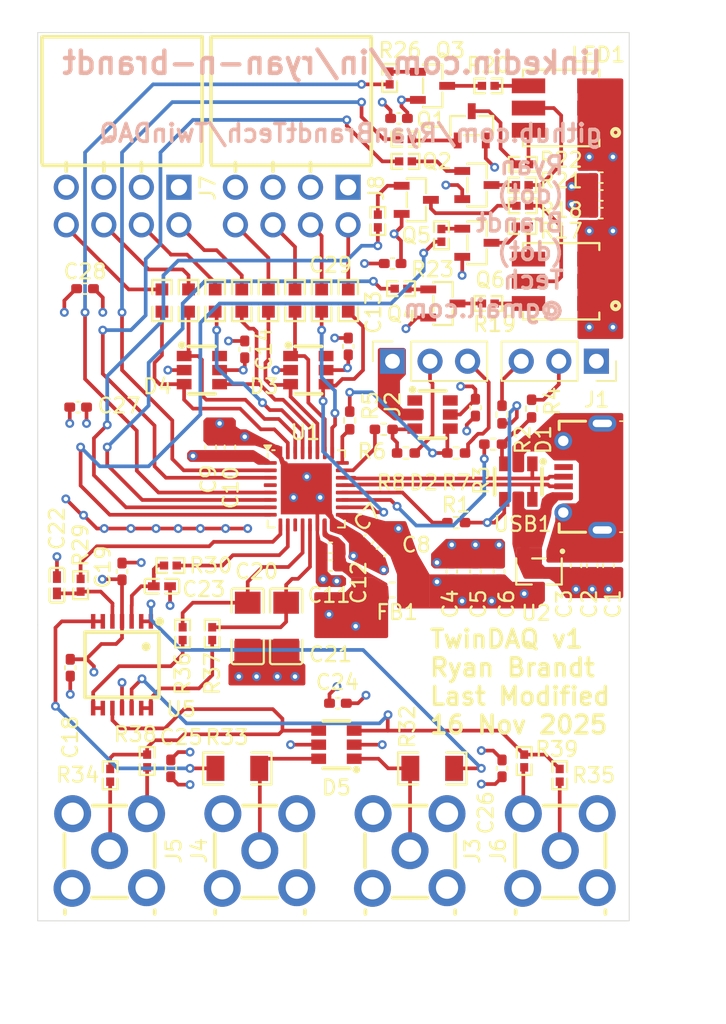
<source format=kicad_pcb>
(kicad_pcb (version 20241229) (generator "pcbnew") (generator_version "9.0")
  (layers (0 "F.Cu" signal) (4 "In1.Cu" signal) (6 "In2.Cu" signal) (2 "B.Cu" signal) (13 "F.Paste" user) (15 "B.Paste" user) (5 "F.SilkS" user "F.Silkscreen") (7 "B.SilkS" user "B.Silkscreen") (1 "F.Mask" user) (3 "B.Mask" user) (25 "Edge.Cuts" user))
  (net 0 "")
  (net 1 "Net-(LED1---Pad5)")
  (net 2 "Net-(D3D-PROTECT_4)")
  (net 3 "Net-(LED1---Pad4)")
  (net 4 "Net-(D3A-PROTECT_1)")
  (net 5 "Net-(LED1---Pad6)")
  (net 6 "Net-(LED2---Pad6)")
  (net 7 "Net-(D3B-PROTECT_2)")
  (net 10 "Net-(LED2---Pad5)")
  (net 11 "Net-(D3C-PROTECT_3)")
  (net 12 "Net-(LED2---Pad4)")
  (net 13 "Net-(D4B-PROTECT_2)")
  (net 14 "/USB_P")
  (net 16 "/USB_N")
  (net 17 "GND")
  (net 18 "+5V")
  (net 19 "+3V3")
  (net 20 "Net-(D1C-PROTECT_3)")
  (net 21 "Net-(D1B-PROTECT_2)")
  (net 22 "Net-(U1B-PA10)")
  (net 23 "Net-(U1B-PA9)")
  (net 24 "/UART_TX")
  (net 25 "/UART RX")
  (net 26 "Net-(D2B-PROTECT_2)")
  (net 27 "Net-(D2C-PROTECT_3)")
  (net 28 "/SWCLK")
  (net 29 "/SWDIO")
  (net 30 "Net-(U1B-PA14)")
  (net 31 "Net-(U1B-PA13)")
  (net 32 "/3V3A")
  (net 33 "Net-(D4A-PROTECT_1)")
  (net 34 "Net-(D4C-PROTECT_3)")
  (net 35 "Net-(D4D-PROTECT_4)")
  (net 36 "Net-(Q1-B)")
  (net 37 "Net-(Q1-C)")
  (net 38 "Net-(Q2-C)")
  (net 39 "Net-(Q2-B)")
  (net 40 "Net-(Q3-C)")
  (net 41 "Net-(Q3-B)")
  (net 42 "Net-(Q4-C)")
  (net 43 "Net-(Q4-B)")
  (net 44 "Net-(Q5-B)")
  (net 45 "Net-(Q5-C)")
  (net 46 "Net-(Q6-C)")
  (net 47 "Net-(Q6-B)")
  (net 48 "Net-(U1B-PA3)")
  (net 49 "Net-(U1B-PA2)")
  (net 50 "Net-(U1B-PA1)")
  (net 51 "Net-(U1B-PA0)")
  (net 52 "Net-(U1B-PF1)")
  (net 53 "Net-(U1B-PF0)")
  (net 54 "Net-(U1B-PA7)")
  (net 55 "Net-(U1B-PB0)")
  (net 56 "Net-(C22-Pad1)")
  (net 57 "Net-(C23-Pad1)")
  (net 60 "Net-(D5D-PROTECT_4)")
  (net 61 "Net-(D5B-PROTECT_2)")
  (net 62 "Net-(D5C-PROTECT_3)")
  (net 63 "Net-(D5A-PROTECT_1)")
  (net 64 "Net-(U1B-PA4)")
  (net 65 "Net-(U1B-PA5)")
  (net 66 "Net-(R32-Pad2)")
  (net 67 "Net-(R33-Pad2)")
  (net 68 "Net-(R36-Pad1)")
  (net 69 "Net-(R37-Pad1)")
  (net 70 "Net-(J5-Pad5)")
  (net 71 "Net-(J6-Pad5)")
  (net 72 "Net-(J7-Pad6)")
  (net 73 "Net-(J7-Pad2)")
  (net 74 "Net-(J7-Pad8)")
  (net 75 "Net-(J7-Pad4)")
  (net 76 "Net-(J8-Pad6)")
  (net 77 "Net-(J8-Pad8)")
  (net 78 "Net-(J8-Pad4)")
  (net 79 "Net-(J8-Pad2)")
  (footprint "000_RyansFootprints:R0603" (layer "F.Cu") (at 137.4 83.1 90)
    (property "Reference" "R9" (hide yes))
    (property "Value" "34R")
  )
  (footprint "000_RyansFootprints:R0402" (layer "F.Cu") (at 159.47 68.6 180)
    (property "Reference" "R20")
    (property "Value" "1k")
  )
  (footprint "000_RyansFootprints:R0603" (layer "F.Cu") (at 142.8 83.1 90)
    (property "Reference" "R12" (hide yes))
    (property "Value" "34R")
  )
  (footprint "000_RyansFootprints:SMA-TH_SMA-KWE_C7498154" (layer "F.Cu") (at 144 120.28 90)
    (property "Reference" "J4")
    (property "Value" "SMA-KWE_C7498154")
  )
  (footprint "000_RyansFootprints:SMA-TH_SMA-KWE_C7498154" (layer "F.Cu") (at 164.32 120.28 90)
    (property "Reference" "J6")
    (property "Value" "SMA-KWE_C7498154")
  )
  (footprint "Capacitor_SMD:C_0402_1005Metric_Pad0.74x0.62mm_HandSolder" (layer "F.Cu") (at 167.1 77.2 180)
    (property "Reference" "C17" (hide yes))
    (property "Value" "100n")
  )
  (footprint "000_RyansFootprints:SOT-23-3_L2.9-W1.3-P1.90-LS2.3-BR" (layer "F.Cu") (at 155.7 68.6 180)
    (property "Reference" "Q3")
    (property "Value" "S8050_C20069125")
  )
  (footprint "000_RyansFootprints:R1206" (layer "F.Cu") (at 155.68 114.7)
    (property "Reference" "R32")
    (property "Value" "51")
  )
  (footprint "000_RyansFootprints:R0603" (layer "F.Cu") (at 146.4 83.1 90)
    (property "Reference" "R14" (hide yes))
    (property "Value" "34R")
  )
  (footprint "000_RyansFootprints:SOT-23-3_L2.9-W1.3-P1.90-LS2.3-BR" (layer "F.Cu") (at 156.4 83.3 180)
    (property "Reference" "Q4")
    (property "Value" "S8050_C20069125")
  )
  (footprint "000_RyansFootprints:R0603" (layer "F.Cu") (at 141 83.1 90)
    (property "Reference" "R11" (hide yes))
    (property "Value" "34R")
  )
  (footprint "000_RyansFootprints:R0402" (layer "F.Cu") (at 153.87 72.2 180)
    (property "Reference" "R28" (hide yes))
    (property "Value" "47k")
  )
  (footprint "000_RyansFootprints:R0402" (layer "F.Cu") (at 152.8 68.07 -90)
    (property "Reference" "R26")
    (property "Value" "47k")
  )
  (footprint "000_RyansFootprints:LED-SMD_6P-L5.0-W5.0-TL_TC5050RGBF08" (layer "F.Cu") (at 164.4 70.1 180)
    (property "Reference" "LED1")
    (property "Value" "TC5050RGBF08-3CJH-AF53A")
  )
  (footprint "Resistor_SMD:R_0402_1005Metric_Pad0.72x0.64mm_HandSolder" (layer "F.Cu") (at 152.4 91.8)
    (property "Reference" "R6")
    (property "Value" "100")
  )
  (footprint "000_RyansFootprints:R0402" (layer "F.Cu") (at 153.57 82.3 180)
    (property "Reference" "R25" (hide yes))
    (property "Value" "47k")
  )
  (footprint "Resistor_SMD:R_0402_1005Metric_Pad0.72x0.64mm_HandSolder" (layer "F.Cu") (at 159.8 92.8)
    (property "Reference" "R3")
    (property "Value" "100")
  )
  (footprint "Resistor_SMD:R_0402_1005Metric_Pad0.72x0.64mm_HandSolder" (layer "F.Cu") (at 150.1 91.2 90)
    (property "Reference" "R5")
    (property "Value" "100")
  )
  (footprint "Resistor_SMD:R_0402_1005Metric_Pad0.72x0.64mm_HandSolder" (layer "F.Cu") (at 157.3 93.4)
    (property "Reference" "R7")
    (property "Value" "100")
  )
  (footprint "Capacitor_SMD:C_0402_1005Metric_Pad0.74x0.62mm_HandSolder" (layer "F.Cu") (at 134.7 101.4 90)
    (property "Reference" "C19")
    (property "Value" "100n")
  )
  (footprint "000_RyansFootprints:R0402" (layer "F.Cu") (at 137.97 101)
    (property "Reference" "R30")
    (property "Value" "47k")
  )
  (footprint "Capacitor_SMD:C_0402_1005Metric_Pad0.74x0.62mm_HandSolder" (layer "F.Cu") (at 160.2 101.4 90)
    (property "Reference" "C6")
    (property "Value" "100n")
  )
  (footprint "000_RyansFootprints:R0402" (layer "F.Cu") (at 164.3 115.17 90)
    (property "Reference" "R35")
    (property "Value" "51")
  )
  (footprint "Connector_PinSocket_2.54mm:PinSocket_1x03_P2.54mm_Vertical" (layer "F.Cu") (at 166.78 87.2 -90)
    (property "Reference" "J1")
    (property "Value" "Conn_01x03_Socket")
  )
  (footprint "Capacitor_SMD:C_0402_1005Metric_Pad0.74x0.62mm_HandSolder" (layer "F.Cu") (at 148.8 99.8 180)
    (property "Reference" "C12")
    (property "Value" "100n")
  )
  (footprint "000_RyansFootprints:SOT-23-3_L2.9-W1.3-P1.90-LS2.3-BR" (layer "F.Cu") (at 158.35 71.3 -90)
    (property "Reference" "Q1")
    (property "Value" "S8050_C20069125")
  )
  (footprint "Capacitor_SMD:C_0402_1005Metric_Pad0.74x0.62mm_HandSolder" (layer "F.Cu") (at 151.4 99.2 -135)
    (property "Reference" "C7")
    (property "Value" "1u")
  )
  (footprint "000_RyansFootprints:SOT-23-3_L2.9-W1.3-P1.90-LS2.3-BR" (layer "F.Cu") (at 154.6 76.3 180)
    (property "Reference" "Q5")
    (property "Value" "S8050_C20069125")
  )
  (footprint "000_RyansFootprints:R1206" (layer "F.Cu") (at 142.5 114.7 180)
    (property "Reference" "R33")
    (property "Value" "51")
  )
  (footprint "Capacitor_SMD:C_0402_1005Metric_Pad0.74x0.62mm_HandSolder" (layer "F.Cu") (at 150 86.2 90)
    (property "Reference" "C13")
    (property "Value" "100n")
  )
  (footprint "000_RyansFootprints:R0402" (layer "F.Cu") (at 161.8 76.7 180)
    (property "Reference" "R18")
    (property "Value" "1k")
  )
  (footprint "000_RyansFootprints:R0402" (layer "F.Cu") (at 152 77.73 -90)
    (property "Reference" "R24" (hide yes))
    (property "Value" "47k")
  )
  (footprint "000_RyansFootprints:TSOP-6_L3.0-W1.5-P0.95-LS2.8-BR" (layer "F.Cu") (at 155.7 90.8 180)
    (property "Reference" "D2")
    (property "Value" "IP4220CZ6,125")
  )
  (footprint "000_RyansFootprints:TSSOP-14_L5.0-W4.4-P0.65-LS6.5-BL" (layer "F.Cu") (at 134.7 107.7 180)
    (property "Reference" "U5")
    (property "Value" "MCP6024T-I/ST")
  )
  (footprint "Capacitor_SMD:C_0402_1005Metric_Pad0.74x0.62mm_HandSolder" (layer "F.Cu") (at 167.6 101 90)
    (property "Reference" "C1")
    (property "Value" "4.7u")
  )
  (footprint "Capacitor_SMD:C_0402_1005Metric_Pad0.74x0.62mm_HandSolder" (layer "F.Cu") (at 167.1 76 180)
    (property "Reference" "C15" (hide yes))
    (property "Value" "1u")
  )
  (footprint "000_RyansFootprints:R0603" (layer "F.Cu") (at 144.6 83.1 90)
    (property "Reference" "R13" (hide yes))
    (property "Value" "34R")
  )
  (footprint "000_RyansFootprints:R0402" (layer "F.Cu") (at 161.77 75.3 180)
    (property "Reference" "R21")
    (property "Value" "1k")
  )
  (footprint "Capacitor_SMD:C_0402_1005Metric_Pad0.74x0.62mm_HandSolder" (layer "F.Cu") (at 143 86.4 90)
    (property "Reference" "C14")
    (property "Value" "100n")
  )
  (footprint "000_RyansFootprints:R0402" (layer "F.Cu") (at 131.9 102.33 90)
    (property "Reference" "R29")
    (property "Value" "47k")
  )
  (footprint "000_RyansFootprints:SOT-23-3_L2.9-W1.3-P1.90-LS2.3-BR" (layer "F.Cu") (at 158.7 79.2 180)
    (property "Reference" "Q6")
    (property "Value" "S8050_C20069125")
  )
  (footprint "000_RyansFootprints:SOT-23-3_L2.9-W1.3-P1.90-LS2.3-BR" (layer "F.Cu") (at 158.7 75.3 180)
    (property "Reference" "Q2")
    (property "Value" "S8050_C20069125")
  )
  (footprint "Capacitor_SMD:C_0402_1005Metric_Pad0.74x0.62mm_HandSolder" (layer "F.Cu") (at 158.6 90.3325 -90)
    (property "Reference" "C31" (hide yes))
    (property "Value" "100n")
  )
  (footprint "Capacitor_SMD:C_0402_1005Metric_Pad0.74x0.62mm_HandSolder" (layer "F.Cu") (at 142 93 90)
    (property "Reference" "C10")
    (property "Value" "100n")
  )
  (footprint "Capacitor_SMD:C_0402_1005Metric_Pad0.74x0.62mm_HandSolder" (layer "F.Cu") (at 167.1 74.8 180)
    (property "Reference" "C16" (hide yes))
    (property "Value" "100n")
  )
  (footprint "000_RyansFootprints:R0402" (layer "F.Cu") (at 161.8 73.9 180)
    (property "Reference" "R22")
    (property "Value" "1k")
  )
  (footprint "000_RyansFootprints:LED-SMD_6P-L5.0-W5.0-TL_TC5050RGBF08" (layer "F.Cu") (at 164.4 81.8 180)
    (property "Reference" "LED2" (hide yes))
    (property "Value" "TC5050RGBF08-3CJH-AF53A")
  )
  (footprint "000_RyansFootprints:HDR-TH_8P-P2.54-H-F-R2-C4-W8.5" (layer "F.Cu") (at 146.17842 76.7175 180)
    (property "Reference" "J8")
    (property "Value" "PM254-2-04-W-8.5")
  )
  (footprint "000_RyansFootprints:R0603" (layer "F.Cu") (at 150 83.1 90)
    (property "Reference" "R16" (hide yes))
    (property "Value" "34R")
  )
  (footprint "Capacitor_SMD:C_0402_1005Metric_Pad0.74x0.62mm_HandSolder" (layer "F.Cu") (at 160.4 114.7 -90)
    (property "Reference" "C26")
    (property "Value" "100n")
  )
  (footprint "000_RyansFootprints:C1206" (layer "F.Cu") (at 145.8 105.1 -90)
    (property "Reference" "C21")
    (property "Value" "68n")
  )
  (footprint "000_RyansFootprints:SMA-TH_SMA-KWE_C7498154" (layer "F.Cu") (at 133.84 120.28 90)
    (property "Reference" "J5")
    (property "Value" "SMA-KWE_C7498154")
  )
  (footprint "Capacitor_SMD:C_0402_1005Metric_Pad0.74x0.62mm_HandSolder" (layer "F.Cu") (at 158.6 101.4 90)
    (property "Reference" "C5")
    (property "Value" "1u")
  )
  (footprint "Inductor_SMD:L_0603_1608Metric_Pad1.05x0.95mm_HandSolder" (layer "F.Cu") (at 152.975 102.65 180)
    (property "Reference" "FB1")
    (property "Value" "FerriteBead")
  )
  (footprint "000_RyansFootprints:R0402" (layer "F.Cu") (at 156.3 78.7 -90)
    (property "Reference" "R23")
    (property "Value" "47k")
  )
  (footprint "Capacitor_SMD:C_0402_1005Metric_Pad0.74x0.62mm_HandSolder" (layer "F.Cu") (at 157 101.4 90)
    (property "Reference" "C4")
    (property "Value" "4.7u")
  )
  (footprint "Capacitor_SMD:C_0402_1005Metric_Pad0.74x0.62mm_HandSolder" (layer "F.Cu") (at 153.4325 70.8)
    (property "Reference" "C30" (hide yes))
    (property "Value" "100n")
  )
  (footprint "Resistor_SMD:R_0402_1005Metric_Pad0.72x0.64mm_HandSolder" (layer "F.Cu") (at 162.4 90.4 90)
    (property "Reference" "R4")
    (property "Value" "100")
  )
  (footprint "000_RyansFootprints:SOT-23-3_L2.9-W1.6-P1.90-LS2.8-BR" (layer "F.Cu") (at 162.9 101.4 90)
    (property "Reference" "U2")
    (property "Value" "XC6206P332MR")
  )
  (footprint "000_RyansFootprints:R0603" (layer "F.Cu") (at 148.2 83.1 90)
    (property "Reference" "R15" (hide yes))
    (property "Value" "34R")
  )
  (footprint "Capacitor_SMD:C_0402_1005Metric_Pad0.74x0.62mm_HandSolder" (layer "F.Cu") (at 131.2 107.9 -90)
    (property "Reference" "C18")
    (property "Value" "1u")
  )
  (footprint "Capacitor_SMD:C_0402_1005Metric_Pad0.74x0.62mm_HandSolder" (layer "F.Cu") (at 166.5 101 90)
    (property "Reference" "C2")
    (property "Value" "1u")
  )
  (footprint "Connector_PinSocket_2.54mm:PinSocket_1x03_P2.54mm_Vertical" (layer "F.Cu") (at 152.990641 87.2 90)
    (property "Reference" "J2")
    (property "Value" "Conn_01x03_Socket")
  )
  (footprint "000_RyansFootprints:C0402" (layer "F.Cu") (at 137.4 102.4)
    (property "Reference" "C23")
    (property "Value" "100p")
  )
  (footprint "000_RyansFootprints:SMA-TH_SMA-KWE_C7498154" (layer "F.Cu") (at 154.16 120.28 90)
    (property "Reference" "J3")
    (property "Value" "SMA-KWE_C7498154")
  )
  (footprint "000_RyansFootprints:R0402" (layer "F.Cu") (at 161.9 114.2 90)
    (property "Reference" "R39")
    (property "Value" "10M")
  )
  (footprint "Capacitor_SMD:C_0402_1005Metric_Pad0.74x0.62mm_HandSolder" (layer "F.Cu") (at 165.4 101 90)
    (property "Reference" "C3")
    (property "Value" "100n")
  )
  (footprint "000_RyansFootprints:HDR-TH_8P-P2.54-H-F-R2-C4-W8.5" (layer "F.Cu") (at 134.74 76.7175 180)
    (property "Reference" "J7")
    (property "Value" "PM254-2-04-W-8.5")
  )
  (footprint "Capacitor_SMD:C_0402_1005Metric_Pad0.74x0.62mm_HandSolder" (layer "F.Cu") (at 131.7325 90.3)
    (property "Reference" "C27")
    (property "Value" "100n")
  )
  (footprint "000_RyansFootprints:R0402" (layer "F.Cu") (at 140.8 105.6 90)
    (property "Reference" "R37")
    (property "Value" "51")
  )
  (footprint "000_RyansFootprints:R0402" (layer "F.Cu") (at 161.77 78.1 180)
    (property "Reference" "R17")
    (property "Value" "1k")
  )
  (footprint "Package_DFN_QFN:QFN-32-1EP_5x5mm_P0.5mm_EP3.45x3.45mm" (layer "F.Cu") (at 147.1625 95.82)
    (property "Reference" "U1")
    (property "Value" "STM32G431KBU3")
  )
  (footprint "Capacitor_SMD:C_0402_1005Metric_Pad0.74x0.62mm_HandSolder" (layer "F.Cu") (at 152.25 100.05 -135)
    (property "Reference" "C8")
    (property "Value" "100n")
  )
  (footprint "Resistor_SMD:R_0402_1005Metric_Pad0.72x0.64mm_HandSolder" (layer "F.Cu") (at 153.9 93.4)
    (property "Reference" "R8")
    (property "Value" "100")
  )
  (footprint "000_RyansFootprints:TSOP-6_L3.0-W1.5-P0.95-LS2.8-BR" (layer "F.Cu") (at 147.3 87.8 180)
    (property "Reference" "D3")
    (property "Value" "IP4220CZ6,125")
  )
  (footprint "000_RyansFootprints:MICRO-USB-SMD_5P-P0.65-H-F_C10418" (layer "F.Cu") (at 165.8625 95 90)
    (property "Reference" "USB1")
    (property "Value" "micro USBFemale")
  )
  (footprint "Capacitor_SMD:C_0402_1005Metric_Pad0.74x0.62mm_HandSolder" (layer "F.Cu") (at 153 80.6)
    (property "Reference" "C29")
    (property "Value" "100n")
  )
  (footprint "Capacitor_SMD:C_0402_1005Metric_Pad0.74x0.62mm_HandSolder" (layer "F.Cu") (at 140.7 93 90)
    (property "Reference" "C9")
    (property "Value" "1u")
  )
  (footprint "000_RyansFootprints:R0402" (layer "F.Cu") (at 133.9 115.17 90)
    (property "Reference" "R34")
    (property "Value" "51")
  )
  (footprint "000_RyansFootprints:C0402" (layer "F.Cu") (at 130.3 102.33 90)
    (property "Reference" "C22")
    (property "Value" "100p")
  )
  (footprint "000_RyansFootprints:TSOP-6_L3.0-W1.5-P0.95-LS2.8-BR" (layer "F.Cu") (at 149.2 113.1)
    (property "Reference" "D5")
    (property "Value" "IP4220CZ6,125")
  )
  (footprint "000_RyansFootprints:R0603" (layer "F.Cu") (at 139.2 83.1 90)
    (property "Reference" "R10" (hide yes))
    (property "Value" "34R")
  )
  (footprint "000_RyansFootprints:TSOP-6_L3.0-W1.5-P0.95-LS2.8-BR" (layer "F.Cu") (at 161.5 95.33 90)
    (property "Reference" "D1")
    (property "Value" "IP4220CZ6,125")
  )
  (footprint "000_RyansFootprints:R0402" (layer "F.Cu") (at 136.4 114.2 90)
    (property "Reference" "R38")
    (property "Value" "10M")
  )
  (footprint "000_RyansFootprints:R0402" (layer "F.Cu") (at 138.8 105.6 90)
    (property "Reference" "R36")
    (property "Value" "51")
  )
  (footprint "Resistor_SMD:R_0402_1005Metric_Pad0.72x0.64mm_HandSolder" (layer "F.Cu") (at 157.3 98.1)
    (property "Reference" "R1")
    (property "Value" "100")
  )
  (footprint "Capacitor_SMD:C_0402_1005Metric_Pad0.74x0.62mm_HandSolder" (layer "F.Cu") (at 148.8 101 180)
    (property "Reference" "C11")
    (property "Value" "1u")
  )
  (footprint "Capacitor_SMD:C_0402_1005Metric_Pad0.74x0.62mm_HandSolder" (layer "F.Cu") (at 149.3 110.3)
    (property "Reference" "C24")
    (property "Value" "100n")
  )
  (footprint "000_RyansFootprints:R0402" (layer "F.Cu") (at 159.47 83.3 180)
    (property "Reference" "R19")
    (property "Value" "1k")
  )
  (footprint "000_RyansFootprints:TSOP-6_L3.0-W1.5-P0.95-LS2.8-BR" (layer "F.Cu") (at 140.1 87.8 180)
    (property "Reference" "D4")
    (property "Value" "IP4220CZ6,125")
  )
  (footprint "Capacitor_SMD:C_0402_1005Metric_Pad0.74x0.62mm_HandSolder" (layer "F.Cu") (at 138 114.7 -90)
    (property "Reference" "C25")
    (property "Value" "100n")
  )
  (footprint "Capacitor_SMD:C_0402_1005Metric_Pad0.74x0.62mm_HandSolder" (layer "F.Cu") (at 132.2 82.3)
    (property "Reference" "C28")
    (property "Value" "100n")
  )
  (footprint "000_RyansFootprints:C1206" (layer "F.Cu") (at 143.2 105.1 -90)
    (property "Reference" "C20")
    (property "Value" "68n")
  )
  (footprint "Resistor_SMD:R_0402_1005Metric_Pad0.72x0.64mm_HandSolder" (layer "F.Cu") (at 160.4 90.8 90)
    (property "Reference" "R2")
    (property "Value" "100")
  )
  (footprint "000_RyansFootprints:R0402" (layer "F.Cu") (at 153.87 73.7 180)
    (property "Reference" "R27" (hide yes))
    (property "Value" "47k")
  )
  (gr_line (start 169 65) (end 136 65) (stroke (width 0.05)) (layer "Edge.Cuts"))
  (gr_line (start 169 85) (end 169 66) (stroke (width 0.05)) (layer "Edge.Cuts"))
  (gr_line (start 169 105) (end 169 85) (stroke (width 0.05)) (layer "Edge.Cuts"))
  (gr_line (start 129 125) (end 129 115) (stroke (width 0.05)) (layer "Edge.Cuts"))
  (gr_line (start 129 115) (end 129 105) (stroke (width 0.05)) (layer "Edge.Cuts"))
  (gr_line (start 169 105) (end 169 115) (stroke (width 0.05)) (layer "Edge.Cuts"))
  (gr_line (start 129 105) (end 129 65) (stroke (width 0.05)) (layer "Edge.Cuts"))
  (gr_line (start 169 125) (end 129 125) (stroke (width 0.05)) (layer "Edge.Cuts"))
  (gr_line (start 169 66) (end 169 65) (stroke (width 0.05)) (layer "Edge.Cuts"))
  (gr_line (start 129 65) (end 136 65) (stroke (width 0.05)) (layer "Edge.Cuts"))
  (gr_line (start 169 115) (end 169 125) (stroke (width 0.05)) (layer "Edge.Cuts"))
  (gr_text "TwinDAQ v1\nRyan Brandt\nLast Modified\n16 Nov 2025" (at 155.4 112.46 0) (layer "F.SilkS") (effects (font (size 1.2 1.2) (thickness 0.24) (bold yes)) (justify left bottom)))
  (gr_text "github.com/RyanBrandtTech/TwinDAQ" (at 167.3 72.5 0) (layer "B.SilkS") (effects (font (size 1.2 1.2) (thickness 0.24) (bold yes)) (justify left bottom mirror)))
  (gr_text "Ryan\n(dot)\nBrandt\n(dot)\nTech\n@gmail.com" (at 164.71 84.35 0) (layer "B.SilkS") (effects (font (size 1.2 1.2) (thickness 0.24) (bold yes)) (justify left bottom mirror)))
  (gr_text "linkedin.com/in/ryan-n-brandt" (at 167.33 67.92 0) (layer "B.SilkS") (effects (font (size 1.5 1.5) (thickness 0.3) (bold yes)) (justify left bottom mirror)))
  (segment (start 164.4 70.6) (end 164.4 73.9) (width 0.25) (layer "F.Cu") (net 1))
  (segment (start 163 75.3) (end 162.2 75.3) (width 0.25) (layer "F.Cu") (net 1))
  (segment (start 164.4 73.9) (end 163 75.3) (width 0.25) (layer "F.Cu") (net 1))
  (segment (start 162.19 70.1) (end 163.9 70.1) (width 0.25) (layer "F.Cu") (net 1))
  (segment (start 163.9 70.1) (end 164.4 70.6) (width 0.25) (layer "F.Cu") (net 1))
  (segment (start 149.109789 90.709789) (end 149.1 90.7) (width 0.25) (layer "F.Cu") (net 2))
  (segment (start 148.2 85.1) (end 148.2 83.85) (width 0.25) (layer "F.Cu") (net 2))
  (segment (start 148.9125 91.704071) (end 149.109789 91.506782) (width 0.25) (layer "F.Cu") (net 2))
  (segment (start 148.2 85.1) (end 148.2 86.85) (width 0.25) (layer "F.Cu") (net 2))
  (segment (start 148.2 86.85) (end 148.5 86.85) (width 0.25) (layer "F.Cu") (net 2))
  (segment (start 148.9125 93.3825) (end 148.9125 91.704071) (width 0.25) (layer "F.Cu") (net 2))
  (segment (start 149.109789 91.506782) (end 149.109789 90.709789) (width 0.25) (layer "F.Cu") (net 2))
  (via (at 148.2 85.1) (size 0.6) (drill 0.3) (layers "F.Cu" "B.Cu") (net 2))
  (via (at 149.1 90.7) (size 0.6) (drill 0.3) (layers "F.Cu" "B.Cu") (net 2))
  (segment (start 148.2 88.3) (end 149.1 89.2) (width 0.25) (layer "B.Cu") (net 2))
  (segment (start 148.2 85.1) (end 148.2 88.3) (width 0.25) (layer "B.Cu") (net 2))
  (segment (start 149.1 89.2) (end 149.1 90.7) (width 0.25) (layer "B.Cu") (net 2))
  (segment (start 162.19 68.6) (end 159.9 68.6) (width 0.25) (layer "F.Cu") (net 3))
  (segment (start 146.4 86.85) (end 146.4 83.85) (width 0.25) (layer "F.Cu") (net 4))
  (segment (start 147.3 87.1) (end 147.05 86.85) (width 0.25) (layer "F.Cu") (net 4))
  (segment (start 148.4125 93.3825) (end 148.4125 91.1125) (width 0.25) (layer "F.Cu") (net 4))
  (segment (start 147.3 90) (end 147.3 87.1) (width 0.25) (layer "F.Cu") (net 4))
  (segment (start 147.05 86.85) (end 146.1 86.85) (width 0.25) (layer "F.Cu") (net 4))
  (segment (start 148.4125 91.1125) (end 147.3 90) (width 0.25) (layer "F.Cu") (net 4))
  (segment (start 146.1 86.85) (end 146.4 86.85) (width 0.25) (layer "F.Cu") (net 4))
  (segment (start 162.19 73.86) (end 162.23 73.9) (width 0.25) (layer "F.Cu") (net 5))
  (segment (start 162.19 71.6) (end 162.19 73.86) (width 0.25) (layer "F.Cu") (net 5))
  (segment (start 162.19 83.3) (end 159.9 83.3) (width 0.25) (layer "F.Cu") (net 6))
  (segment (start 146.05 88.8) (end 144.75852 88.8) (width 0.25) (layer "F.Cu") (net 7))
  (segment (start 146.1 88.75) (end 146.05 88.8) (width 0.25) (layer "F.Cu") (net 7))
  (segment (start 144.4 87.3) (end 144.6 87.1) (width 0.25) (layer "F.Cu") (net 7))
  (segment (start 147.9125 93.3825) (end 147.9125 91.4125) (width 0.25) (layer "F.Cu") (net 7))
  (segment (start 144.4 88.44148) (end 144.4 87.3) (width 0.25) (layer "F.Cu") (net 7))
  (segment (start 146.1 89.6) (end 146.1 88.75) (width 0.25) (layer "F.Cu") (net 7))
  (segment (start 144.6 87.1) (end 144.6 83.85) (width 0.25) (layer "F.Cu") (net 7))
  (segment (start 144.75852 88.8) (end 144.4 88.44148) (width 0.25) (layer "F.Cu") (net 7))
  (segment (start 147.9125 91.4125) (end 146.1 89.6) (width 0.25) (layer "F.Cu") (net 7))
  (segment (start 164.1 81.8) (end 164.4 81.5) (width 0.25) (layer "F.Cu") (net 10))
  (segment (start 164.4 81.5) (end 164.4 78.1) (width 0.25) (layer "F.Cu") (net 10))
  (segment (start 163 76.7) (end 162.23 76.7) (width 0.25) (layer "F.Cu") (net 10))
  (segment (start 162.19 81.8) (end 164.1 81.8) (width 0.25) (layer "F.Cu") (net 10))
  (segment (start 164.4 78.1) (end 163 76.7) (width 0.25) (layer "F.Cu") (net 10))
  (segment (start 151 87.8) (end 151 84.85) (width 0.25) (layer "F.Cu") (net 11))
  (segment (start 149.15 88.85) (end 149.6 88.4) (width 0.25) (layer "F.Cu") (net 11))
  (segment (start 151.9 97.4) (end 151.57 97.07) (width 0.25) (layer "F.Cu") (net 11))
  (segment (start 152.4 97.4) (end 151.9 97.4) (width 0.25) (layer "F.Cu") (net 11))
  (segment (start 148.3 88.95) (end 148.5 88.75) (width 0.25) (layer "F.Cu") (net 11))
  (segment (start 151.57 97.07) (end 149.6 97.07) (width 0.25) (layer "F.Cu") (net 11))
  (segment (start 148.6 88.85) (end 149.15 88.85) (width 0.25) (layer "F.Cu") (net 11))
  (segment (start 151 84.85) (end 150 83.85) (width 0.25) (layer "F.Cu") (net 11))
  (segment (start 150.4 88.4) (end 151 87.8) (width 0.25) (layer "F.Cu") (net 11))
  (segment (start 148.3 89.9) (end 148.3 88.95) (width 0.25) (layer "F.Cu") (net 11))
  (segment (start 149.6 88.4) (end 150.4 88.4) (width 0.25) (layer "F.Cu") (net 11))
  (segment (start 148.5 88.75) (end 148.6 88.85) (width 0.25) (layer "F.Cu") (net 11))
  (via (at 152.4 97.4) (size 0.6) (drill 0.3) (layers "F.Cu" "B.Cu") (net 11))
  (via (at 148.3 89.9) (size 0.6) (drill 0.3) (layers "F.Cu" "B.Cu") (net 11))
  (segment (start 148.3 93.3) (end 152.4 97.4) (width 0.25) (layer "B.Cu") (net 11))
  (segment (start 148.3 89.9) (end 148.3 93.3) (width 0.25) (layer "B.Cu") (net 11))
  (segment (start 162.19 78.11) (end 162.2 78.1) (width 0.25) (layer "F.Cu") (net 12))
  (segment (start 162.19 80.3) (end 162.19 78.11) (width 0.25) (layer "F.Cu") (net 12))
  (segment (start 145 91.8) (end 144.086798 91.8) (width 0.25) (layer "F.Cu") (net 13))
  (segment (start 137.4 86.8) (end 137.4 83.85) (width 0.25) (layer "F.Cu") (net 13))
  (segment (start 139.5 90.4) (end 138.9 89.8) (width 0.25) (layer "F.Cu") (net 13))
  (segment (start 142.686798 90.4) (end 139.5 90.4) (width 0.25) (layer "F.Cu") (net 13))
  (segment (start 137.25 88.75) (end 136.9 88.4) (width 0.25) (layer "F.Cu") (net 13))
  (segment (start 136.9 87.3) (end 137.4 86.8) (width 0.25) (layer "F.Cu") (net 13))
  (segment (start 145.9125 92.7125) (end 145 91.8) (width 0.25) (layer "F.Cu") (net 13))
  (segment (start 138.9 88.75) (end 137.25 88.75) (width 0.25) (layer "F.Cu") (net 13))
  (segment (start 138.9 89.8) (end 138.9 88.75) (width 0.25) (layer "F.Cu") (net 13))
  (segment (start 136.9 88.4) (end 136.9 87.3) (width 0.25) (layer "F.Cu") (net 13))
  (segment (start 145.9125 93.3825) (end 145.9125 92.7125) (width 0.25) (layer "F.Cu") (net 13))
  (segment (start 144.086798 91.8) (end 142.686798 90.4) (width 0.25) (layer "F.Cu") (net 13))
  (segment (start 162.45 95.07) (end 162.5 95.12) (width 0.25) (layer "F.Cu") (net 14))
  (segment (start 162.5 95.12) (end 150.484431 95.12) (width 0.25) (layer "F.Cu") (net 14))
  (segment (start 163.504999 95.12) (end 162.5 95.12) (width 0.25) (layer "F.Cu") (net 14))
  (segment (start 150.484431 95.12) (end 150.434431 95.07) (width 0.25) (layer "F.Cu") (net 14))
  (segment (start 150.434431 95.07) (end 149.6 95.07) (width 0.25) (layer "F.Cu") (net 14))
  (segment (start 162.45 94.13) (end 162.45 95.07) (width 0.25) (layer "F.Cu") (net 14))
  (segment (start 164.5625 95) (end 163.624999 95) (width 0.25) (layer "F.Cu") (net 14))
  (segment (start 163.624999 95) (end 163.504999 95.12) (width 0.25) (layer "F.Cu") (net 14))
  (segment (start 163.624999 95.65) (end 163.504999 95.53) (width 0.25) (layer "F.Cu") (net 16))
  (segment (start 163.504999 95.53) (end 162.4 95.53) (width 0.25) (layer "F.Cu") (net 16))
  (segment (start 162.4 95.53) (end 150.484431 95.53) (width 0.25) (layer "F.Cu") (net 16))
  (segment (start 150.444431 95.57) (end 149.6 95.57) (width 0.25) (layer "F.Cu") (net 16))
  (segment (start 162.45 96.53) (end 162.45 95.58) (width 0.25) (layer "F.Cu") (net 16))
  (segment (start 162.45 95.58) (end 162.4 95.53) (width 0.25) (layer "F.Cu") (net 16))
  (segment (start 150.484431 95.53) (end 150.444431 95.57) (width 0.25) (layer "F.Cu") (net 16))
  (segment (start 164.5625 95.65) (end 163.624999 95.65) (width 0.25) (layer "F.Cu") (net 16))
  (segment (start 153.6 70) (end 154 70.4) (width 0.25) (layer "F.Cu") (net 17))
  (segment (start 158.013976 91.913976) (end 158.013976 91.486024) (width 0.25) (layer "F.Cu") (net 17))
  (segment (start 153.5675 79.0675) (end 153.1 78.6) (width 0.25) (layer "F.Cu") (net 17))
  (segment (start 146.4 96.4) (end 146.5 96.5) (width 0.25) (layer "F.Cu") (net 17))
  (segment (start 134.7325 100.8) (end 134.7 100.8325) (width 0.25) (layer "F.Cu") (net 17))
  (segment (start 146.3 96.4) (end 146.4 96.4) (width 0.25) (layer "F.Cu") (net 17))
  (segment (start 132 97.6) (end 130.9 96.5) (width 0.25) (layer "F.Cu") (net 17))
  (segment (start 132.8 82.3) (end 133.4 82.9) (width 0.25) (layer "F.Cu") (net 17))
  (segment (start 154.65 84.25) (end 153.9 85) (width 0.25) (layer "F.Cu") (net 17))
  (segment (start 133.4 82.9) (end 133.4 83.9) (width 0.25) (layer "F.Cu") (net 17))
  (segment (start 138.5 115.8) (end 139.3 115.8) (width 0.25) (layer "F.Cu") (net 17))
  (segment (start 157.4 75.3) (end 157.71 75.61) (width 0.25) (layer "F.Cu") (net 17))
  (segment (start 136.4 117.72) (end 136.36 117.76) (width 0.25) (layer "F.Cu") (net 17))
  (segment (start 132.3 91.4) (end 132.3 90.3) (width 0.25) (layer "F.Cu") (net 17))
  (segment (start 136 100.8) (end 134.7325 100.8) (width 0.25) (layer "F.Cu") (net 17))
  (segment (start 154 70.4) (end 154 70.8) (width 0.25) (layer "F.Cu") (net 17))
  (segment (start 132.7675 82.3) (end 132.8 82.3) (width 0.25) (layer "F.Cu") (net 17))
  (segment (start 153.6 69.55) (end 153.6 70) (width 0.25) (layer "F.Cu") (net 17))
  (segment (start 130.3 101.78) (end 130.3 100.4) (width 0.25) (layer "F.Cu") (net 17))
  (segment (start 133.5 98.5) (end 133 98.5) (width 0.25) (layer "F.Cu") (net 17))
  (segment (start 153.5675 80.6) (end 153.5675 79.0675) (width 0.25) (layer "F.Cu") (net 17))
  (segment (start 149.082503 85.6325) (end 150 85.6325) (width 0.25) (layer "F.Cu") (net 17))
  (segment (start 159.3 72.29) (end 159.3 73.5) (width 0.25) (layer "F.Cu") (net 17))
  (segment (start 150.4 113.1) (end 152.3 113.1) (width 0.25) (layer "F.Cu") (net 17))
  (segment (start 138 115.2675) (end 138 115.3) (width 0.25) (layer "F.Cu") (net 17))
  (segment (start 157.71 81.39) (end 157.7 81.4) (width 0.25) (layer "F.Cu") (net 17))
  (segment (start 153.61 77.25) (end 153.61 78.09) (width 0.25) (layer "F.Cu") (net 17))
  (segment (start 159.94 115.76) (end 159 115.76) (width 0.25) (layer "F.Cu") (net 17))
  (segment (start 161.84 117.76) (end 161.84 114.69) (width 0.25) (layer "F.Cu") (net 17))
  (segment (start 153.61 78.09) (end 153.1 78.6) (width 0.25) (layer "F.Cu") (net 17))
  (segment (start 157.71 75.61) (end 157.71 76.25) (width 0.25) (layer "F.Cu") (net 17))
  (segment (start 133 98.5) (end 132.1 97.6) (width 0.25) (layer "F.Cu") (net 17))
  (segment (start 160.4 115.2675) (end 160.4 115.3) (width 0.25) (layer "F.Cu") (net 17))
  (segment (start 132.1 97.6) (end 132 97.6) (width 0.25) (layer "F.Cu") (net 17))
  (segment (start 147.8425 96.5) (end 147.9125 96.57) (width 0.25) (layer "F.Cu") (net 17))
  (segment (start 134.7 110.63) (end 134.7 108.9) (width 0.25) (layer "F.Cu") (net 17))
  (segment (start 138.9 87.8) (end 137.8 87.8) (width 0.25) (layer "F.Cu") (net 17))
  (segment (start 131.2 108.4675) (end 131.2 109.7) (width 0.25) (layer "F.Cu") (net 17))
  (segment (start 149.8675 110.3) (end 150.66 110.3) (width 0.25) (layer "F.Cu") (net 17))
  (segment (start 143 85.8325) (end 141.9 85.8325) (width 0.25) (layer "F.Cu") (net 17))
  (segment (start 147.9125 96.57) (end 147.9125 98.2575) (width 0.25) (layer "F.Cu") (net 17))
  (segment (start 155.41 84.25) (end 154.65 84.25) (width 0.25) (layer "F.Cu") (net 17))
  (segment (start 138 115.3) (end 138.3 115.6) (width 0.25) (layer "F.Cu") (net 17))
  (segment (start 146.5 96.5) (end 147.8425 96.5) (width 0.25) (layer "F.Cu") (net 17))
  (segment (start 138.3 115.6) (end 138.5 115.8) (width 0.25) (layer "F.Cu") (net 17))
  (segment (start 137.95 103.7) (end 137.95 102.4) (width 0.25) (layer "F.Cu") (net 17))
  (segment (start 150.66 110.3) (end 151.2 109.76) (width 0.25) (layer "F.Cu") (net 17))
  (segment (start 153.6 69.55) (end 154.71 69.55) (width 0.25) (layer "F.Cu") (net 17))
  (segment (start 143.2 98.5) (end 133.5 98.5) (width 0.25) (layer "F.Cu") (net 17))
  (segment (start 159.3 73.5) (end 159.9 74.1) (width 0.25) (layer "F.Cu") (net 17))
  (segment (start 156.6 75.3) (end 157.4 75.3) (width 0.25) (layer "F.Cu") (net 17))
  (segment (start 136.4 114.63) (end 136.4 117.72) (width 0.25) (layer "F.Cu") (net 17))
  (segment (start 158.013976 91.486024) (end 158.6 90.9) (width 0.25) (layer "F.Cu") (net 17))
  (segment (start 161.84 114.69) (end 161.9 114.63) (width 0.25) (layer "F.Cu") (net 17))
  (segment (start 146.1 87.8) (end 145.1 87.8) (width 0.25) (layer "F.Cu") (net 17))
  (segment (start 160.4 115.3) (end 159.94 115.76) (width 0.25) (layer "F.Cu") (net 17))
  (segment (start 157.71 80.15) (end 157.71 81.39) (width 0.25) (layer "F.Cu") (net 17))
  (via (at 149.225 102.05) (size 0.6) (drill 0.3) (layers "F.Cu" "B.Cu") (net 17))
  (via (at 136 100.8) (size 0.6) (drill 0.3) (layers "F.Cu" "B.Cu") (net 17))
  (via (at 141.9 85.8325) (size 0.6) (drill 0.3) (layers "F.Cu" "B.Cu") (net 17))
  (via (at 148.3 101.925) (size 0.6) (drill 0.3) (layers "F.Cu" "B.Cu") (net 17))
  (via (at 156 100.8) (size 0.6) (drill 0.3) (layers "F.Cu" "B.Cu") (net 17))
  (via (at 141.7 98.5) (size 0.6) (drill 0.3) (layers "F.Cu" "B.Cu") (net 17))
  (via (at 145.1 87.8) (size 0.6) (drill 0.3) (layers "F.Cu" "B.Cu") (net 17))
  (via (at 137.8 87.8) (size 0.6) (drill 0.3) (layers "F.Cu" "B.Cu") (net 17))
  (via (at 152.4 101.3) (size 0.6) (drill 0.3) (layers "F.Cu" "B.Cu") (net 17))
  (via (at 165.1 75.4) (size 0.6) (drill 0.3) (layers "F.Cu" "B.Cu") (net 17))
  (via (at 147.2 95) (size 0.6) (drill 0.3) (layers "F.Cu" "B.Cu") (net 17))
  (via (at 131.2 109.7) (size 0.6) (drill 0.3) (layers "F.Cu" "B.Cu") (net 17))
  (via (at 137.95 103.7) (size 0.6) (drill 0.3) (layers "F.Cu" "B.Cu") (net 17))
  (via (at 156.6 75.3) (size 0.6) (drill 0.3) (layers "F.Cu" "B.Cu") (net 17))
  (via (at 133.5 98.5) (size 0.6) (drill 0.3) (layers "F.Cu" "B.Cu") (net 17))
  (via (at 142.6 108.5) (size 0.6) (drill 0.3) (layers "F.Cu" "B.Cu") (net 17))
  (via (at 157.7 81.4) (size 0.6) (drill 0.3) (layers "F.Cu" "B.Cu") (net 17))
  (via (at 152.3 113.1) (size 0.6) (drill 0.3) (layers "F.Cu" "B.Cu") (net 17))
  (via (at 140 98.5) (size 0.6) (drill 0.3) (layers "F.Cu" "B.Cu") (net 17))
  (via (at 143.8 108.5) (size 0.6) (drill 0.3) (layers "F.Cu" "B.Cu") (net 17))
  (via (at 151.2 109.76) (size 0.6) (drill 0.3) (layers "F.Cu" "B.Cu") (net 17))
  (via (at 158.6 99.6) (size 0.6) (drill 0.3) (layers "F.Cu" "B.Cu") (net 17))
  (via (at 146.3 96.4) (size 0.6) (drill 0.3) (layers "F.Cu" "B.Cu") (net 17))
  (via (at 157 99.6) (size 0.6) (drill 0.3) (layers "F.Cu" "B.Cu") (net 17))
  (via (at 158.013976 91.913976) (size 0.6) (drill 0.3) (layers "F.Cu" "B.Cu") (net 17))
  (via (at 130.3 100.4) (size 0.6) (drill 0.3) (layers "F.Cu" "B.Cu") (net 17))
  (via (at 145.2 108.5) (size 0.6) (drill 0.3) (layers "F.Cu" "B.Cu") (net 17))
  (via (at 148.1 96.4) (size 0.6) (drill 0.3) (layers "F.Cu" "B.Cu") (net 17))
  (via (at 146.4 108.5) (size 0.6) (drill 0.3) (layers "F.Cu" "B.Cu") (net 17))
  (via (at 165.1 76.6) (size 0.6) (drill 0.3) (layers "F.Cu" "B.Cu") (net 17))
  (via (at 153.1 78.6) (size 0.6) (drill 0.3) (layers "F.Cu" "B.Cu") (net 17))
  (via (at 159 115.76) (size 0.6) (drill 0.3) (layers "F.Cu" "B.Cu") (net 17))
  (via (at 159.9 74.1) (size 0.6) (drill 0.3) (layers "F.Cu" "B.Cu") (net 17))
  (via (at 137 98.5) (size 0.6) (drill 0.3) (layers "F.Cu" "B.Cu") (net 17))
  (via (at 149.082503 85.6325) (size 0.6) (drill 0.3) (layers "F.Cu" "B.Cu") (net 17))
  (via (at 143 92.3) (size 0.6) (drill 0.3) (layers "F.Cu" "B.Cu") (net 17))
  (via (at 132.3 91.4) (size 0.6) (drill 0.3) (layers "F.Cu" "B.Cu") (net 17))
  (via (at 153.9 85) (size 0.6) (drill 0.3) (layers "F.Cu" "B.Cu") (net 17))
  (via (at 160.2 99.6) (size 0.6) (drill 0.3) (layers "F.Cu" "B.Cu") (net 17))
  (via (at 141.3 91.4) (size 0.6) (drill 0.3) (layers "F.Cu" "B.Cu") (net 17))
  (via (at 134.7 108.9) (size 0.6) (drill 0.3) (layers "F.Cu" "B.Cu") (net 17))
  (via (at 139.3 115.8) (size 0.6) (drill 0.3) (layers "F.Cu" "B.Cu") (net 17))
  (via (at 130.9 96.5) (size 0.6) (drill 0.3) (layers "F.Cu" "B.Cu") (net 17))
  (via (at 132.1 97.6) (size 0.6) (drill 0.3) (layers "F.Cu" "B.Cu") (net 17))
  (via (at 153.6 69.55) (size 0.6) (drill 0.3) (layers "F.Cu" "B.Cu") (net 17))
  (via (at 133.4 83.9) (size 0.6) (drill 0.3) (layers "F.Cu" "B.Cu") (net 17))
  (via (at 143.2 98.5) (size 0.6) (drill 0.3) (layers "F.Cu" "B.Cu") (net 17))
  (via (at 138.5 98.5) (size 0.6) (drill 0.3) (layers "F.Cu" "B.Cu") (net 17))
  (via (at 135.3 98.5) (size 0.6) (drill 0.3) (layers "F.Cu" "B.Cu") (net 17))
  (via (at 150.35 100.35) (size 0.6) (drill 0.3) (layers "F.Cu" "B.Cu") (net 17))
  (via (at 167.9 73.4) (size 0.6) (drill 0.3) (layers "F.Cu" "B.Cu") (net 18))
  (via (at 166.3 84.9) (size 0.6) (drill 0.3) (layers "F.Cu" "B.Cu") (net 18))
  (via (at 166.3 73.4) (size 0.6) (drill 0.3) (layers "F.Cu" "B.Cu") (net 18))
  (via (at 166.3 78.4) (size 0.6) (drill 0.3) (layers "F.Cu" "B.Cu") (net 18))
  (via (at 167.6 102.6) (size 0.6) (drill 0.3) (layers "F.Cu" "B.Cu") (net 18))
  (via (at 165.4 102.6) (size 0.6) (drill 0.3) (layers "F.Cu" "B.Cu") (net 18))
  (via (at 167.9 78.4) (size 0.6) (drill 0.3) (layers "F.Cu" "B.Cu") (net 18))
  (via (at 167.9 84.9) (size 0.6) (drill 0.3) (layers "F.Cu" "B.Cu") (net 18))
  (via (at 166.5 102.6) (size 0.6) (drill 0.3) (layers "F.Cu" "B.Cu") (net 18))
  (segment (start 148.5 87.8) (end 149.8 87.8) (width 0.25) (layer "F.Cu") (net 19))
  (segment (start 149.8 87.8) (end 149.95 87.65) (width 0.25) (layer "F.Cu") (net 19))
  (segment (start 157.565 90.8) (end 158.6 89.765) (width 0.25) (layer "F.Cu") (net 19))
  (segment (start 150 87.6) (end 150 86.7675) (width 0.25) (layer "F.Cu") (net 19))
  (segment (start 152.4325 80.6) (end 151.1 80.6) (width 0.25) (layer "F.Cu") (net 19))
  (segment (start 131.165 91.4) (end 131.165 90.3) (width 0.25) (layer "F.Cu") (net 19))
  (segment (start 152.865 70.265) (end 152.865 70.8) (width 0.25) (layer "F.Cu") (net 19))
  (segment (start 131.6 82.3) (end 130.8 83.1) (width 0.25) (layer "F.Cu") (net 19))
  (segment (start 158.4 88.9) (end 157.6 88.9) (width 0.25) (layer "F.Cu") (net 19))
  (segment (start 158.6 89.765) (end 158.6 89.1) (width 0.25) (layer "F.Cu") (net 19))
  (segment (start 152.3 69.7) (end 152.865 70.265) (width 0.25) (layer "F.Cu") (net 19))
  (segment (start 156.9 90.8) (end 157.565 90.8) (width 0.25) (layer "F.Cu") (net 19))
  (segment (start 149.95 87.65) (end 150 87.6) (width 0.25) (layer "F.Cu") (net 19))
  (segment (start 142.9 87.8) (end 143 87.7) (width 0.25) (layer "F.Cu") (net 19))
  (segment (start 141.3 87.8) (end 142.9 87.8) (width 0.25) (layer "F.Cu") (net 19))
  (segment (start 143 87.7) (end 143 86.9675) (width 0.25) (layer "F.Cu") (net 19))
  (segment (start 131.6325 82.3) (end 131.6 82.3) (width 0.25) (layer "F.Cu") (net 19))
  (segment (start 158.6 89.1) (end 158.4 88.9) (width 0.25) (layer "F.Cu") (net 19))
  (segment (start 130.8 83.1) (end 130.8 83.9) (width 0.25) (layer "F.Cu") (net 19))
  (via (at 159.7 103.4) (size 0.6) (drill 0.3) (layers "F.Cu" "B.Cu") (net 19))
  (via (at 157.7 103.4) (size 0.6) (drill 0.3) (layers "F.Cu" "B.Cu") (net 19))
  (via (at 139.5 93.6) (size 0.6) (drill 0.3) (layers "F.Cu" "B.Cu") (net 19))
  (via (at 142.9 87.8) (size 0.6) (drill 0.3) (layers "F.Cu" "B.Cu") (net 19))
  (via (at 156 102.1) (size 0.6) (drill 0.3) (layers "F.Cu" "B.Cu") (net 19))
  (via (at 130.8 83.9) (size 0.6) (drill 0.3) (layers "F.Cu" "B.Cu") (net 19))
  (via (at 161.9 102.9) (size 0.6) (drill 0.3) (layers "F.Cu" "B.Cu") (net 19))
  (via (at 152.3 69.7) (size 0.6) (drill 0.3) (layers "F.Cu" "B.Cu") (net 19))
  (via (at 131.165 91.4) (size 0.6) (drill 0.3) (layers "F.Cu" "B.Cu") (net 19))
  (via (at 151.1 80.6) (size 0.6) (drill 0.3) (layers "F.Cu" "B.Cu") (net 19))
  (via (at 153.4 98.5) (size 0.6) (drill 0.3) (layers "F.Cu" "B.Cu") (net 19))
  (via (at 149.95 87.65) (size 0.6) (drill 0.3) (layers "F.Cu" "B.Cu") (net 19))
  (via (at 157.6 88.9) (size 0.6) (drill 0.3) (layers "F.Cu" "B.Cu") (net 19))
  (segment (start 160.48 96.6) (end 160.55 96.53) (width 0.25) (layer "F.Cu") (net 20))
  (segment (start 161.4 90.2) (end 161.4 91) (width 0.25) (layer "F.Cu") (net 20))
  (segment (start 161 91.4) (end 160.9975 91.3975) (width 0.25) (layer "F.Cu") (net 20))
  (segment (start 161.4 91) (end 161 91.4) (width 0.25) (layer "F.Cu") (net 20))
  (segment (start 159.4 98.1) (end 157.8975 98.1) (width 0.25) (layer "F.Cu") (net 20))
  (segment (start 159.9 98.1) (end 160.55 97.45) (width 0.25) (layer "F.Cu") (net 20))
  (segment (start 159.4 98.1) (end 159.9 98.1) (width 0.25) (layer "F.Cu") (net 20))
  (segment (start 160.55 97.45) (end 160.55 96.53) (width 0.25) (layer "F.Cu") (net 20))
  (segment (start 160.9975 91.3975) (end 160.4 91.3975) (width 0.25) (layer "F.Cu") (net 20))
  (via (at 161.4 90.2) (size 0.6) (drill 0.3) (layers "F.Cu" "B.Cu") (net 20))
  (via (at 159.4 98.1) (size 0.6) (drill 0.3) (layers "F.Cu" "B.Cu") (net 20))
  (segment (start 160.9 96.6) (end 160.9 90.7) (width 0.25) (layer "B.Cu") (net 20))
  (segment (start 159.4 98.1) (end 160.9 96.6) (width 0.25) (layer "B.Cu") (net 20))
  (segment (start 160.9 90.7) (end 161.4 90.2) (width 0.25) (layer "B.Cu") (net 20))
  (segment (start 160.4 92.8) (end 161.2 92) (width 0.25) (layer "F.Cu") (net 21))
  (segment (start 161.4 91.9975) (end 162.4 90.9975) (width 0.25) (layer "F.Cu") (net 21))
  (segment (start 160.3975 92.8) (end 160.4 92.8) (width 0.25) (layer "F.Cu") (net 21))
  (segment (start 161.2 92) (end 161.4 92) (width 0.25) (layer "F.Cu") (net 21))
  (segment (start 160.3975 92.8) (end 160.3975 93.9775) (width 0.25) (layer "F.Cu") (net 21))
  (segment (start 161.4 92) (end 161.4 91.9975) (width 0.25) (layer "F.Cu") (net 21))
  (segment (start 160.3975 93.9775) (end 160.55 94.13) (width 0.25) (layer "F.Cu") (net 21))
  (segment (start 149.6 96.07) (end 153.67 96.07) (width 0.25) (layer "F.Cu") (net 22))
  (segment (start 153.67 96.07) (end 155.7 98.1) (width 0.25) (layer "F.Cu") (net 22))
  (segment (start 155.7 98.1) (end 156.7025 98.1) (width 0.25) (layer "F.Cu") (net 22))
  (segment (start 152.87 96.57) (end 149.6 96.57) (width 0.25) (layer "F.Cu") (net 23))
  (segment (start 159.2 93.8) (end 159.2 92.8025) (width 0.25) (layer "F.Cu") (net 23))
  (segment (start 153.3 97) (end 152.87 96.57) (width 0.25) (layer "F.Cu") (net 23))
  (segment (start 159.2 92.8025) (end 159.2025 92.8) (width 0.25) (layer "F.Cu") (net 23))
  (via (at 153.3 97) (size 0.6) (drill 0.3) (layers "F.Cu" "B.Cu") (net 23))
  (via (at 159.2 93.8) (size 0.6) (drill 0.3) (layers "F.Cu" "B.Cu") (net 23))
  (segment (start 159.2 96.2) (end 159.2 93.8) (width 0.25) (layer "B.Cu") (net 23))
  (segment (start 154.6 98.3) (end 157.1 98.3) (width 0.25) (layer "B.Cu") (net 23))
  (segment (start 157.1 98.3) (end 159.2 96.2) (width 0.25) (layer "B.Cu") (net 23))
  (segment (start 153.3 97) (end 154.6 98.3) (width 0.25) (layer "B.Cu") (net 23))
  (segment (start 162.4 89.8025) (end 163.1975 89.8025) (width 0.25) (layer "F.Cu") (net 24))
  (segment (start 163.1975 89.8025) (end 164.24 88.76) (width 0.25) (layer "F.Cu") (net 24))
  (segment (start 164.24 88.76) (end 164.24 87.2) (width 0.25) (layer "F.Cu") (net 24))
  (segment (start 160.4 88.5) (end 161.7 87.2) (width 0.25) (layer "F.Cu") (net 25))
  (segment (start 160.4 90.2025) (end 160.4 88.5) (width 0.25) (layer "F.Cu") (net 25))
  (segment (start 152.9975 92.3975) (end 152.9975 91.8) (width 0.25) (layer "F.Cu") (net 26))
  (segment (start 153.3025 93.4) (end 153.3025 92.7025) (width 0.25) (layer "F.Cu") (net 26))
  (segment (start 153.3025 92.7025) (end 152.9975 92.3975) (width 0.25) (layer "F.Cu") (net 26))
  (segment (start 152.9975 91.8) (end 154.45 91.8) (width 0.25) (layer "F.Cu") (net 26))
  (segment (start 154.45 91.8) (end 154.5 91.75) (width 0.25) (layer "F.Cu") (net 26))
  (segment (start 156.7025 93.4) (end 156.7025 91.9475) (width 0.25) (layer "F.Cu") (net 27))
  (segment (start 156.7025 93.4) (end 155.7 93.4) (width 0.25) (layer "F.Cu") (net 27))
  (segment (start 156.7025 91.9475) (end 156.9 91.75) (width 0.25) (layer "F.Cu") (net 27))
  (segment (start 150.1 90.6025) (end 150.1 89.3) (width 0.25) (layer "F.Cu") (net 27))
  (via (at 155.7 93.4) (size 0.6) (drill 0.3) (layers "F.Cu" "B.Cu") (net 27))
  (via (at 150.1 89.3) (size 0.6) (drill 0.3) (layers "F.Cu" "B.Cu") (net 27))
  (segment (start 151.6 89.3) (end 155.7 93.4) (width 0.25) (layer "B.Cu") (net 27))
  (segment (start 150.1 89.3) (end 151.6 89.3) (width 0.25) (layer "B.Cu") (net 27))
  (segment (start 155.530641 88.530641) (end 155.530641 87.2) (width 0.25) (layer "F.Cu") (net 28))
  (segment (start 154.5 93.4) (end 155.7 92.2) (width 0.25) (layer "F.Cu") (net 28))
  (segment (start 155.7 88.7) (end 155.530641 88.530641) (width 0.25) (layer "F.Cu") (net 28))
  (segment (start 154.4975 93.4) (end 154.5 93.4) (width 0.25) (layer "F.Cu") (net 28))
  (segment (start 155.7 92.2) (end 155.7 88.7) (width 0.25) (layer "F.Cu") (net 28))
  (segment (start 158.8 92.1) (end 159.1 92.1) (width 0.25) (layer "F.Cu") (net 29))
  (segment (start 159.1 92.1) (end 159.5 91.7) (width 0.25) (layer "F.Cu") (net 29))
  (segment (start 157.8975 93.4) (end 158.070641 93.226859) (width 0.25) (layer "F.Cu") (net 29))
  (segment (start 159.5 91.7) (end 159.5 88.629359) (width 0.25) (layer "F.Cu") (net 29))
  (segment (start 158.796 92.104) (end 158.8 92.1) (width 0.25) (layer "F.Cu") (net 29))
  (segment (start 159.5 88.629359) (end 158.070641 87.2) (width 0.25) (layer "F.Cu") (net 29))
  (segment (start 158.469 92.431) (end 158.469 92.413548) (width 0.25) (layer "F.Cu") (net 29))
  (segment (start 158.1 93.1975) (end 158.1 92.8) (width 0.25) (layer "F.Cu") (net 29))
  (segment (start 158.1 92.8) (end 158.469 92.431) (width 0.25) (layer "F.Cu") (net 29))
  (segment (start 158.778548 92.104) (end 158.796 92.104) (width 0.25) (layer "F.Cu") (net 29))
  (segment (start 157.8975 93.4) (end 158.1 93.1975) (width 0.25) (layer "F.Cu") (net 29))
  (segment (start 158.469 92.413548) (end 158.778548 92.104) (width 0.25) (layer "F.Cu") (net 29))
  (segment (start 150.1 91.7975) (end 149.6 92.2975) (width 0.25) (layer "F.Cu") (net 30))
  (segment (start 149.6 92.2975) (end 149.6 94.07) (width 0.25) (layer "F.Cu") (net 30))
  (segment (start 151.8025 93.0975) (end 151.8025 91.8) (width 0.25) (layer "F.Cu") (net 31))
  (segment (start 149.6 94.57) (end 150.33 94.57) (width 0.25) (layer "F.Cu") (net 31))
  (segment (start 150.33 94.57) (end 151.8025 93.0975) (width 0.25) (layer "F.Cu") (net 31))
  (segment (start 134.3 106.3) (end 134.7 105.9) (width 0.25) (layer "F.Cu") (net 32))
  (segment (start 138 114.1325) (end 138 114.1) (width 0.25) (layer "F.Cu") (net 32))
  (segment (start 133.365938 101.923509) (end 134.656009 101.923509) (width 0.25) (layer "F.Cu") (net 32))
  (segment (start 138 114.1) (end 138.5 113.6) (width 0.25) (layer "F.Cu") (net 32))
  (segment (start 132.8 108.2) (end 132.8 107.8) (width 0.25) (layer "F.Cu") (net 32))
  (segment (start 159.8 113.5) (end 159 113.5) (width 0.25) (layer "F.Cu") (net 32))
  (segment (start 132.3325 107.3325) (end 131.2 107.3325) (width 0.25) (layer "F.Cu") (net 32))
  (segment (start 134.656009 101.923509) (end 134.7 101.9675) (width 0.25) (layer "F.Cu") (net 32))
  (segment (start 138.5 113.6) (end 139.3 113.6) (width 0.25) (layer "F.Cu") (net 32))
  (segment (start 131.2 107.3325) (end 132.2675 107.3325) (width 0.25) (layer "F.Cu") (net 32))
  (segment (start 148.7325 109.6875) (end 149.24 109.18) (width 0.25) (layer "F.Cu") (net 32))
  (segment (start 134.7 105.9) (end 134.7 104.77) (width 0.25) (layer "F.Cu") (net 32))
  (segment (start 160.4 114.1) (end 159.8 113.5) (width 0.25) (layer "F.Cu") (net 32))
  (segment (start 148 113.1) (end 146.1 113.1) (width 0.25) (layer "F.Cu") (net 32))
  (segment (start 133.3 106.3) (end 134.3 106.3) (width 0.25) (layer "F.Cu") (net 32))
  (segment (start 134.7 101.9675) (end 134.7 104.77) (width 0.25) (layer "F.Cu") (net 32))
  (segment (start 132.2675 107.3325) (end 133.3 106.3) (width 0.25) (layer "F.Cu") (net 32))
  (segment (start 132.8 107.8) (end 132.3325 107.3325) (width 0.25) (layer "F.Cu") (net 32))
  (segment (start 148.7325 110.3) (end 148.7325 109.6875) (width 0.25) (layer "F.Cu") (net 32))
  (segment (start 160.4 114.1325) (end 160.4 114.1) (width 0.25) (layer "F.Cu") (net 32))
  (via (at 146.1 113.1) (size 0.6) (drill 0.3) (layers "F.Cu" "B.Cu") (net 32))
  (via (at 133.365938 101.923509) (size 0.6) (drill 0.3) (layers "F.Cu" "B.Cu") (net 32))
  (via (at 148.7 104.3) (size 0.6) (drill 0.3) (layers "F.Cu" "B.Cu") (net 32))
  (via (at 150.5 105.1) (size 0.6) (drill 0.3) (layers "F.Cu" "B.Cu") (net 32))
  (via (at 159 113.5) (size 0.6) (drill 0.3) (layers "F.Cu" "B.Cu") (net 32))
  (via (at 149.24 109.18) (size 0.6) (drill 0.3) (layers "F.Cu" "B.Cu") (net 32))
  (via (at 132.8 108.2) (size 0.6) (drill 0.3) (layers "F.Cu" "B.Cu") (net 32))
  (via (at 139.3 113.6) (size 0.6) (drill 0.3) (layers "F.Cu" "B.Cu") (net 32))
  (segment (start 139.2 86.55) (end 138.9 86.85) (width 0.25) (layer "F.Cu") (net 33))
  (segment (start 146.4125 93.3825) (end 146.4125 92.2125) (width 0.25) (layer "F.Cu") (net 33))
  (segment (start 139.85 86.85) (end 138.9 86.85) (width 0.25) (layer "F.Cu") (net 33))
  (segment (start 144.343991 91.1) (end 143.043991 89.8) (width 0.25) (layer "F.Cu") (net 33))
  (segment (start 146.4125 92.2125) (end 145.3 91.1) (width 0.25) (layer "F.Cu") (net 33))
  (segment (start 145.3 91.1) (end 144.343991 91.1) (width 0.25) (layer "F.Cu") (net 33))
  (segment (start 140.1 89.5) (end 140.1 87.1) (width 0.25) (layer "F.Cu") (net 33))
  (segment (start 143.043991 89.8) (end 140.4 89.8) (width 0.25) (layer "F.Cu") (net 33))
  (segment (start 140.4 89.8) (end 140.1 89.5) (width 0.25) (layer "F.Cu") (net 33))
  (segment (start 139.2 83.85) (end 139.2 86.55) (width 0.25) (layer "F.Cu") (net 33))
  (segment (start 140.1 87.1) (end 139.85 86.85) (width 0.25) (layer "F.Cu") (net 33))
  (segment (start 147.4125 93.3825) (end 147.4125 91.62102) (width 0.25) (layer "F.Cu") (net 34))
  (segment (start 143.8 85.2) (end 143.6 85) (width 0.25) (layer "F.Cu") (net 34))
  (segment (start 144 88.75) (end 143.8 88.75) (width 0.25) (layer "F.Cu") (net 34))
  (segment (start 143.3 85) (end 142.8 84.5) (width 0.25) (layer "F.Cu") (net 34))
  (segment (start 143.6 85) (end 143.3 85) (width 0.25) (layer "F.Cu") (net 34))
  (segment (start 143.8 88.75) (end 143.8 85.2) (width 0.25) (layer "F.Cu") (net 34))
  (segment (start 147.4125 91.62102) (end 145.59148 89.8) (width 0.25) (layer "F.Cu") (net 34))
  (segment (start 145.59148 89.8) (end 145.05 89.8) (width 0.25) (layer "F.Cu") (net 34))
  (segment (start 144 88.75) (end 141.3 88.75) (width 0.25) (layer "F.Cu") (net 34))
  (segment (start 145.05 89.8) (end 144 88.75) (width 0.25) (layer "F.Cu") (net 34))
  (segment (start 142.8 84.5) (end 142.8 83.85) (width 0.25) (layer "F.Cu") (net 34))
  (segment (start 141.1 85.1) (end 141.1 86.65) (width 0.25) (layer "F.Cu") (net 35))
  (segment (start 146.9125 93.3825) (end 146.9125 91.9125) (width 0.25) (layer "F.Cu") (net 35))
  (segment (start 145.5 90.5) (end 144.7 90.5) (width 0.25) (layer "F.Cu") (net 35))
  (segment (start 146.9125 91.9125) (end 145.5 90.5) (width 0.25) (layer "F.Cu") (net 35))
  (segment (start 141.1 83.95) (end 141 83.85) (width 0.25) (layer "F.Cu") (net 35))
  (segment (start 141.1 85.1) (end 141.1 83.95) (width 0.25) (layer "F.Cu") (net 35))
  (segment (start 144.7 90.5) (end 144.2 90) (width 0.25) (layer "F.Cu") (net 35))
  (segment (start 141.1 86.65) (end 141.3 86.85) (width 0.25) (layer "F.Cu") (net 35))
  (via (at 144.2 90) (size 0.6) (drill 0.3) (layers "F.Cu" "B.Cu") (net 35))
  (via (at 141.1 85.1) (size 0.6) (drill 0.3) (layers "F.Cu" "B.Cu") (net 35))
  (segment (start 142.2 88.7) (end 141.1 87.6) (width 0.25) (layer "B.Cu") (net 35))
  (segment (start 141.1 87.6) (end 141.1 85.1) (width 0.25) (layer "B.Cu") (net 35))
  (segment (start 142.9 88.7) (end 142.2 88.7) (width 0.25) (layer "B.Cu") (net 35))
  (segment (start 144.2 90) (end 142.9 88.7) (width 0.25) (layer "B.Cu") (net 35))
  (segment (start 157.4 72.29) (end 154.39 72.29) (width 0.25) (layer "F.Cu") (net 36))
  (segment (start 154.39 72.29) (end 154.3 72.2) (width 0.25) (layer "F.Cu") (net 36))
  (segment (start 159.51 70.31) (end 158.35 70.31) (width 0.25) (layer "F.Cu") (net 37))
  (segment (start 161.37 73.9) (end 160.3 72.83) (width 0.25) (layer "F.Cu") (net 37))
  (segment (start 160.3 71.1) (end 159.51 70.31) (width 0.25) (layer "F.Cu") (net 37))
  (segment (start 160.3 72.83) (end 160.3 71.1) (width 0.25) (layer "F.Cu") (net 37))
  (segment (start 161.34 75.3) (end 159.69 75.3) (width 0.25) (layer "F.Cu") (net 38))
  (segment (start 156.65 74.35) (end 156 73.7) (width 0.25) (layer "F.Cu") (net 39))
  (segment (start 157.71 74.35) (end 156.65 74.35) (width 0.25) (layer "F.Cu") (net 39))
  (segment (start 156 73.7) (end 154.3 73.7) (width 0.25) (layer "F.Cu") (net 39))
  (segment (start 159.04 68.6) (end 156.69 68.6) (width 0.25) (layer "F.Cu") (net 40))
  (segment (start 152.81 67.65) (end 152.8 67.64) (width 0.25) (layer "F.Cu") (net 41))
  (segment (start 154.71 67.65) (end 152.81 67.65) (width 0.25) (layer "F.Cu") (net 41))
  (segment (start 159.04 83.3) (end 157.39 83.3) (width 0.25) (layer "F.Cu") (net 42))
  (segment (start 155.41 82.35) (end 154.05 82.35) (width 0.25) (layer "F.Cu") (net 43))
  (segment (start 154.05 82.35) (end 154 82.3) (width 0.25) (layer "F.Cu") (net 43))
  (segment (start 152 76) (end 152 77.3) (width 0.25) (layer "F.Cu") (net 44))
  (segment (start 152.65 75.35) (end 152 76) (width 0.25) (layer "F.Cu") (net 44))
  (segment (start 153.61 75.35) (end 152.65 75.35) (width 0.25) (layer "F.Cu") (net 44))
  (segment (start 155.59 76.89) (end 155.59 76.3) (width 0.25) (layer "F.Cu") (net 45))
  (segment (start 161.37 76.7) (end 160.1 76.7) (width 0.25) (layer "F.Cu") (net 45))
  (segment (start 159.6 77.2) (end 155.9 77.2) (width 0.25) (layer "F.Cu") (net 45))
  (segment (start 160.1 76.7) (end 159.6 77.2) (width 0.25) (layer "F.Cu") (net 45))
  (segment (start 155.9 77.2) (end 155.59 76.89) (width 0.25) (layer "F.Cu") (net 45))
  (segment (start 160.8 79.2) (end 159.69 79.2) (width 0.25) (layer "F.Cu") (net 46))
  (segment (start 161.34 78.1) (end 161.34 78.66) (width 0.25) (layer "F.Cu") (net 46))
  (segment (start 161.34 78.66) (end 160.8 79.2) (width 0.25) (layer "F.Cu") (net 46))
  (segment (start 157.71 78.25) (end 156.32 78.25) (width 0.25) (layer "F.Cu") (net 47))
  (segment (start 156.32 78.25) (end 156.3 78.27) (width 0.25) (layer "F.Cu") (net 47))
  (segment (start 131.9 95.6) (end 133.87 97.57) (width 0.25) (layer "F.Cu") (net 48))
  (segment (start 131.9 93) (end 131.9 95.6) (width 0.25) (layer "F.Cu") (net 48))
  (segment (start 155.1 79.9) (end 155.87 79.13) (width 0.25) (layer "F.Cu") (net 48))
  (segment (start 155.87 79.13) (end 156.3 79.13) (width 0.25) (layer "F.Cu") (net 48))
  (segment (start 133.87 97.57) (end 144.725 97.57) (width 0.25) (layer "F.Cu") (net 48))
  (via (at 155.1 79.9) (size 0.6) (drill 0.3) (layers "F.Cu" "B.Cu") (net 48))
  (via (at 131.9 93) (size 0.6) (drill 0.3) (layers "F.Cu" "B.Cu") (net 48))
  (segment (start 140 90.8) (end 136.5 94.3) (width 0.25) (layer "B.Cu") (net 48))
  (segment (start 155.1 81.1) (end 152.9 83.3) (width 0.25) (layer "B.Cu") (net 48))
  (segment (start 155.1 79.9) (end 155.1 81.1) (width 0.25) (layer "B.Cu") (net 48))
  (segment (start 140 84.6) (end 140 90.8) (width 0.25) (layer "B.Cu") (net 48))
  (segment (start 152.9 83.3) (end 141.3 83.3) (width 0.25) (layer "B.Cu") (net 48))
  (segment (start 133.2 94.3) (end 131.9 93) (width 0.25) (layer "B.Cu") (net 48))
  (segment (start 136.5 94.3) (end 133.2 94.3) (width 0.25) (layer "B.Cu") (net 48))
  (segment (start 141.3 83.3) (end 140 84.6) (width 0.25) (layer "B.Cu") (net 48))
  (segment (start 133.7 91.5) (end 132.8 92.4) (width 0.25) (layer "F.Cu") (net 49))
  (segment (start 132.8 94.9) (end 134.97 97.07) (width 0.25) (layer "F.Cu") (net 49))
  (segment (start 152 78.16) (end 152 79.4) (width 0.25) (layer "F.Cu") (net 49))
  (segment (start 132.8 92.4) (end 132.8 94.9) (width 0.25) (layer "F.Cu") (net 49))
  (segment (start 134.97 97.07) (end 144.725 97.07) (width 0.25) (layer "F.Cu") (net 49))
  (via (at 133.7 91.5) (size 0.6) (drill 0.3) (layers "F.Cu" "B.Cu") (net 49))
  (via (at 152 79.4) (size 0.6) (drill 0.3) (layers "F.Cu" "B.Cu") (net 49))
  (segment (start 137.5 84.4) (end 137.5 81.4) (width 0.25) (layer "B.Cu") (net 49))
  (segment (start 149.9 80.4) (end 150.9 79.4) (width 0.25) (layer "B.Cu") (net 49))
  (segment (start 133.7 88.2) (end 137.5 84.4) (width 0.25) (layer "B.Cu") (net 49))
  (segment (start 137.5 81.4) (end 138.5 80.4) (width 0.25) (layer "B.Cu") (net 49))
  (segment (start 138.5 80.4) (end 149.9 80.4) (width 0.25) (layer "B.Cu") (net 49))
  (segment (start 150.9 79.4) (end 152 79.4) (width 0.25) (layer "B.Cu") (net 49))
  (segment (start 133.7 91.5) (end 133.7 88.2) (width 0.25) (layer "B.Cu") (net 49))
  (segment (start 133.7 93) (end 133.7 94.2) (width 0.25) (layer "F.Cu") (net 50))
  (segment (start 133.7 94.2) (end 136.07 96.57) (width 0.25) (layer "F.Cu") (net 50))
  (segment (start 153.14 82.3) (end 152.2 82.3) (width 0.25) (layer "F.Cu") (net 50))
  (segment (start 136.07 96.57) (end 144.725 96.57) (width 0.25) (layer "F.Cu") (net 50))
  (segment (start 152.2 82.3) (end 151.7 81.8) (width 0.25) (layer "F.Cu") (net 50))
  (via (at 151.7 81.8) (size 0.6) (drill 0.3) (layers "F.Cu" "B.Cu") (net 50))
  (via (at 133.7 93) (size 0.6) (drill 0.3) (layers "F.Cu" "B.Cu") (net 50))
  (segment (start 138.8 83.3) (end 138.8 85) (width 0.25) (layer "B.Cu") (net 50))
  (segment (start 151.7 81.8) (end 140.3 81.8) (width 0.25) (layer "B.Cu") (net 50))
  (segment (start 138.8 85) (end 136.5 87.3) (width 0.25) (layer "B.Cu") (net 50))
  (segment (start 136.5 90.2) (end 133.7 93) (width 0.25) (layer "B.Cu") (net 50))
  (segment (start 140.3 81.8) (end 138.8 83.3) (width 0.25) (layer "B.Cu") (net 50))
  (segment (start 136.5 87.3) (end 136.5 90.2) (width 0.25) (layer "B.Cu") (net 50))
  (segment (start 135.7 94.6) (end 137.17 96.07) (width 0.25) (layer "F.Cu") (net 51))
  (segment (start 132.2 88.4) (end 135.7 91.9) (width 0.25) (layer "F.Cu") (net 51))
  (segment (start 132.2 83.9) (end 132.2 88.4) (width 0.25) (layer "F.Cu") (net 51))
  (segment (start 150.9 68.5) (end 152.8 68.5) (width 0.25) (layer "F.Cu") (net 51))
  (segment (start 135.7 91.9) (end 135.7 94.6) (width 0.25) (layer "F.Cu") (net 51))
  (segment (start 137.17 96.07) (end 144.725 96.07) (width 0.25) (layer "F.Cu") (net 51))
  (via (at 150.9 68.5) (size 0.6) (drill 0.3) (layers "F.Cu" "B.Cu") (net 51))
  (via (at 132.2 83.9) (size 0.6) (drill 0.3) (layers "F.Cu" "B.Cu") (net 51))
  (segment (start 132.2 73.1) (end 132.2 83.9) (width 0.25) (layer "B.Cu") (net 51))
  (segment (start 150.9 68.5) (end 136.8 68.5) (width 0.25) (layer "B.Cu") (net 51))
  (segment (start 136.8 68.5) (end 132.2 73.1) (width 0.25) (layer "B.Cu") (net 51))
  (segment (start 144.725 95.07) (end 137.67 95.07) (width 0.25) (layer "F.Cu") (net 52))
  (segment (start 137.67 95.07) (end 136.9 94.3) (width 0.25) (layer "F.Cu") (net 52))
  (segment (start 149.9 70.9) (end 149.9 71.3) (width 0.25) (layer "F.Cu") (net 52))
  (segment (start 136.9 91.55) (end 133.4 88.05) (width 0.25) (layer "F.Cu") (net 52))
  (segment (start 152.3 73.7) (end 153.44 73.7) (width 0.25) (layer "F.Cu") (net 52))
  (segment (start 149.9 71.3) (end 152.3 73.7) (width 0.25) (layer "F.Cu") (net 52))
  (segment (start 133.4 88.05) (end 133.4 85.1) (width 0.25) (layer "F.Cu") (net 52))
  (segment (start 136.9 94.3) (end 136.9 91.55) (width 0.25) (layer "F.Cu") (net 52))
  (via (at 133.4 85.1) (size 0.6) (drill 0.3) (layers "F.Cu" "B.Cu") (net 52))
  (via (at 149.9 70.9) (size 0.6) (drill 0.3) (layers "F.Cu" "B.Cu") (net 52))
  (segment (start 139.5 70.9) (end 137.3 73.1) (width 0.25) (layer "B.Cu") (net 52))
  (segment (start 149.9 70.9) (end 139.5 70.9) (width 0.25) (layer "B.Cu") (net 52))
  (segment (start 137.3 79.3) (end 136.3 80.3) (width 0.25) (layer "B.Cu") (net 52))
  (segment (start 136.3 84.1) (end 135.3 85.1) (width 0.25) (layer "B.Cu") (net 52))
  (segment (start 136.3 80.3) (end 136.3 84.1) (width 0.25) (layer "B.Cu") (net 52))
  (segment (start 137.3 73.1) (end 137.3 79.3) (width 0.25) (layer "B.Cu") (net 52))
  (segment (start 135.3 85.1) (end 133.4 85.1) (width 0.25) (layer "B.Cu") (net 52))
  (segment (start 150.9 70.7) (end 152.4 72.2) (width 0.25) (layer "F.Cu") (net 53))
  (segment (start 152.4 72.2) (end 153.44 72.2) (width 0.25) (layer "F.Cu") (net 53))
  (segment (start 138.1 91.2) (end 138.1 93.8) (width 0.25) (layer "F.Cu") (net 53))
  (segment (start 138.87 94.57) (end 144.725 94.57) (width 0.25) (layer "F.Cu") (net 53))
  (segment (start 134.7 83.9) (end 134.7 87.8) (width 0.25) (layer "F.Cu") (net 53))
  (segment (start 134.7 87.8) (end 138.1 91.2) (width 0.25) (layer "F.Cu") (net 53))
  (segment (start 138.1 93.8) (end 138.87 94.57) (width 0.25) (layer "F.Cu") (net 53))
  (segment (start 150.9 69.7) (end 150.9 70.7) (width 0.25) (layer "F.Cu") (net 53))
  (via (at 150.9 69.7) (size 0.6) (drill 0.3) (layers "F.Cu" "B.Cu") (net 53))
  (via (at 134.7 83.9) (size 0.6) (drill 0.3) (layers "F.Cu" "B.Cu") (net 53))
  (segment (start 138.1 69.7) (end 134.7 73.1) (width 0.25) (layer "B.Cu") (net 53))
  (segment (start 134.7 73.1) (end 134.7 83.9) (width 0.25) (layer "B.Cu") (net 53))
  (segment (start 150.9 69.7) (end 138.1 69.7) (width 0.25) (layer "B.Cu") (net 53))
  (segment (start 143.2 103.51) (end 139.49 103.51) (width 0.25) (layer "F.Cu") (net 54))
  (segment (start 139.49 103.51) (end 138.8 104.2) (width 0.25) (layer "F.Cu") (net 54))
  (segment (start 145.95 101.1) (end 146.9125 100.1375) (width 0.25) (layer "F.Cu") (net 54))
  (segment (start 138.8 104.2) (end 138.8 105.17) (width 0.25) (layer "F.Cu") (net 54))
  (segment (start 144.2 101.1) (end 145.95 101.1) (width 0.25) (layer "F.Cu") (net 54))
  (segment (start 143.2 102.1) (end 144.2 101.1) (width 0.25) (layer "F.Cu") (net 54))
  (segment (start 146.9125 100.1375) (end 146.9125 98.2575) (width 0.25) (layer "F.Cu") (net 54))
  (segment (start 143.2 103.51) (end 143.2 102.1) (width 0.25) (layer "F.Cu") (net 54))
  (segment (start 145.8 103.51) (end 145.8 102.3) (width 0.25) (layer "F.Cu") (net 55))
  (segment (start 147.4125 101.0875) (end 147.4125 98.2575) (width 0.25) (layer "F.Cu") (net 55))
  (segment (start 140.8 105.17) (end 145.43 105.17) (width 0.25) (layer "F.Cu") (net 55))
  (segment (start 145.8 104.8) (end 145.8 103.51) (width 0.25) (layer "F.Cu") (net 55))
  (segment (start 146.2 101.9) (end 146.6 101.9) (width 0.25) (layer "F.Cu") (net 55))
  (segment (start 145.8 102.3) (end 146.2 101.9) (width 0.25) (layer "F.Cu") (net 55))
  (segment (start 145.43 105.17) (end 145.8 104.8) (width 0.25) (layer "F.Cu") (net 55))
  (segment (start 146.6 101.9) (end 147.4125 101.0875) (width 0.25) (layer "F.Cu") (net 55))
  (segment (start 134.05 103.75393) (end 134.05 104.77) (width 0.25) (layer "F.Cu") (net 56))
  (segment (start 134.055338 103.555338) (end 134.055338 103.748592) (width 0.25) (layer "F.Cu") (net 56))
  (segment (start 133.26 102.76) (end 134.055338 103.555338) (width 0.25) (layer "F.Cu") (net 56))
  (segment (start 131.78 102.88) (end 131.9 102.76) (width 0.25) (layer "F.Cu") (net 56))
  (segment (start 134.055338 103.748592) (end 134.05 103.75393) (width 0.25) (layer "F.Cu") (net 56))
  (segment (start 131.9 102.76) (end 133.26 102.76) (width 0.25) (layer "F.Cu") (net 56))
  (segment (start 130.3 102.88) (end 131.78 102.88) (width 0.25) (layer "F.Cu") (net 56))
  (segment (start 137.54 101) (end 137.1 101) (width 0.25) (layer "F.Cu") (net 57))
  (segment (start 136.85 101.25) (end 136.85 102.4) (width 0.25) (layer "F.Cu") (net 57))
  (segment (start 136 102.4) (end 135.364239 103.035761) (width 0.25) (layer "F.Cu") (net 57))
  (segment (start 135.364239 103.035761) (end 135.364239 103.68278) (width 0.25) (layer "F.Cu") (net 57))
  (segment (start 135.35 103.697019) (end 135.35 104.77) (width 0.25) (layer "F.Cu") (net 57))
  (segment (start 137.1 101) (end 136.85 101.25) (width 0.25) (layer "F.Cu") (net 57))
  (segment (start 136.85 102.4) (end 136 102.4) (width 0.25) (layer "F.Cu") (net 57))
  (segment (start 135.364239 103.68278) (end 135.35 103.697019) (width 0.25) (layer "F.Cu") (net 57))
  (segment (start 143.92 114.06) (end 143.93 114.05) (width 0.25) (layer "F.Cu") (net 60))
  (segment (start 144.02 114.74) (end 143.98 114.7) (width 0.25) (layer "F.Cu") (net 60))
  (segment (start 143.93 114.05) (end 148 114.05) (width 0.25) (layer "F.Cu") (net 60))
  (segment (start 143.98 114.7) (end 144.02 114.7) (width 0.25) (layer "F.Cu") (net 60))
  (segment (start 144.02 120.26) (end 144.02 114.74) (width 0.25) (layer "F.Cu") (net 60))
  (segment (start 136.05 108.65) (end 135.35 109.35) (width 0.25) (layer "F.Cu") (net 61))
  (segment (start 152.67 112.15) (end 160.28 112.15) (width 0.25) (layer "F.Cu") (net 61))
  (segment (start 152.67 112.15) (end 152.67 111.1) (width 0.25) (layer "F.Cu") (net 61))
  (segment (start 161.9 113.77) (end 163.33 113.77) (width 0.25) (layer "F.Cu") (net 61))
  (segment (start 135.35 109.35) (end 135.35 110.63) (width 0.25) (layer "F.Cu") (net 61))
  (segment (start 152.67 111.1) (end 152.69 111.08) (width 0.25) (layer "F.Cu") (net 61))
  (segment (start 160.28 112.15) (end 161.9 113.77) (width 0.25) (layer "F.Cu") (net 61))
  (segment (start 150.4 112.15) (end 152.67 112.15) (width 0.25) (layer "F.Cu") (net 61))
  (segment (start 163.33 113.77) (end 164.3 114.74) (width 0.25) (layer "F.Cu") (net 61))
  (via (at 152.69 111.08) (size 0.6) (drill 0.3) (layers "F.Cu" "B.Cu") (net 61))
  (via (at 136.05 108.65) (size 0.6) (drill 0.3) (layers "F.Cu" "B.Cu") (net 61))
  (segment (start 148.77 111.66) (end 139.06 111.66) (width 0.25) (layer "B.Cu") (net 61))
  (segment (start 139.06 111.66) (end 136.05 108.65) (width 0.25) (layer "B.Cu") (net 61))
  (segment (start 152.11 111.66) (end 148.77 111.66) (width 0.25) (layer "B.Cu") (net 61))
  (segment (start 152.69 111.08) (end 152.11 111.66) (width 0.25) (layer "B.Cu") (net 61))
  (segment (start 138.9 112.4) (end 145.3 112.4) (width 0.25) (layer "F.Cu") (net 62))
  (segment (start 144.9 110.7) (end 138.9 110.7) (width 0.25) (layer "F.Cu") (net 62))
  (segment (start 145.55 112.15) (end 148 112.15) (width 0.25) (layer "F.Cu") (net 62))
  (segment (start 136.4 113.3) (end 136.9 112.8) (width 0.25) (layer "F.Cu") (net 62))
  (segment (start 138.5 112.8) (end 138.9 112.4) (width 0.25) (layer "F.Cu") (net 62))
  (segment (start 133.9 114) (end 133.9 114.74) (width 0.25) (layer "F.Cu") (net 62))
  (segment (start 136.9 112.8) (end 138.5 112.8) (width 0.25) (layer "F.Cu") (net 62))
  (segment (start 137.6 112) (end 134.6 112) (width 0.25) (layer "F.Cu") (net 62))
  (segment (start 134.13 113.77) (end 133.9 114) (width 0.25) (layer "F.Cu") (net 62))
  (segment (start 134.05 111.45) (end 134.05 110.63) (width 0.25) (layer "F.Cu") (net 62))
  (segment (start 145.55 111.35) (end 144.9 110.7) (width 0.25) (layer "F.Cu") (net 62))
  (segment (start 145.55 112.15) (end 145.55 111.35) (width 0.25) (layer "F.Cu") (net 62))
  (segment (start 134.6 112) (end 134.05 111.45) (width 0.25) (layer "F.Cu") (net 62))
  (segment (start 145.3 112.4) (end 145.55 112.15) (width 0.25) (layer "F.Cu") (net 62))
  (segment (start 136.4 113.77) (end 134.13 113.77) (width 0.25) (layer "F.Cu") (net 62))
  (segment (start 138.9 110.7) (end 137.6 112) (width 0.25) (layer "F.Cu") (net 62))
  (segment (start 136.4 113.77) (end 136.4 113.3) (width 0.25) (layer "F.Cu") (net 62))
  (segment (start 152.7 114.7) (end 154.2 114.7) (width 0.25) (layer "F.Cu") (net 63))
  (segment (start 152.05 114.05) (end 152.7 114.7) (width 0.25) (layer "F.Cu") (net 63))
  (segment (start 154.18 120.26) (end 154.18 114.72) (width 0.25) (layer "F.Cu") (net 63))
  (segment (start 150.4 114.05) (end 152.05 114.05) (width 0.25) (layer "F.Cu") (net 63))
  (segment (start 154.18 114.72) (end 154.2 114.7) (width 0.25) (layer "F.Cu") (net 63))
  (segment (start 133 99.7) (end 140.6 99.7) (width 0.25) (layer "F.Cu") (net 64))
  (segment (start 145.4125 98.8875) (end 145.4125 98.2575) (width 0.25) (layer "F.Cu") (net 64))
  (segment (start 131.9 100.8) (end 133 99.7) (width 0.25) (layer "F.Cu") (net 64))
  (segment (start 131.9 101.9) (end 131.9 100.8) (width 0.25) (layer "F.Cu") (net 64))
  (segment (start 144.9 99.4) (end 145.4125 98.8875) (width 0.25) (layer "F.Cu") (net 64))
  (segment (start 140.6 99.7) (end 140.9 99.4) (width 0.25) (layer "F.Cu") (net 64))
  (segment (start 140.9 99.4) (end 144.9 99.4) (width 0.25) (layer "F.Cu") (net 64))
  (segment (start 145.9125 99.721741) (end 145.334241 100.3) (width 0.25) (layer "F.Cu") (net 65))
  (segment (start 145.334241 100.3) (end 142.2 100.3) (width 0.25) (layer "F.Cu") (net 65))
  (segment (start 142.2 100.3) (end 141.5 101) (width 0.25) (layer "F.Cu") (net 65))
  (segment (start 145.9125 98.2575) (end 145.9125 99.721741) (width 0.25) (layer "F.Cu") (net 65))
  (segment (start 141.5 101) (end 138.4 101) (width 0.25) (layer "F.Cu") (net 65))
  (segment (start 136 104.77) (end 136.65 104.77) (width 0.25) (layer "F.Cu") (net 66))
  (segment (start 157.16 114.7) (end 159 114.7) (width 0.25) (layer "F.Cu") (net 66))
  (segment (start 136.66 103.59) (end 136.66 104.76) (width 0.25) (layer "F.Cu") (net 66))
  (segment (start 136.66 104.76) (end 136.65 104.77) (width 0.25) (layer "F.Cu") (net 66))
  (via (at 136.66 103.59) (size 0.6) (drill 0.3) (layers "F.Cu" "B.Cu") (net 66))
  (via (at 159 114.7) (size 0.6) (drill 0.3) (layers "F.Cu" "B.Cu") (net 66))
  (segment (start 151 106.7) (end 159 114.7) (width 0.25) (layer "B.Cu") (net 66))
  (segment (start 136.66 103.59) (end 136.66 104.66) (width 0.25) (layer "B.Cu") (net 66))
  (segment (start 138.7 106.7) (end 151 106.7) (width 0.25) (layer "B.Cu") (net 66))
  (segment (start 136.66 104.66) (end 138.7 106.7) (width 0.25) (layer "B.Cu") (net 66))
  (segment (start 133.4 104.77) (end 132.75 104.77) (width 0.25) (layer "F.Cu") (net 67))
  (segment (start 132.75 104.77) (end 130.63 104.77) (width 0.25) (layer "F.Cu") (net 67))
  (segment (start 130.2 105.2) (end 130.2 110.5) (width 0.25) (layer "F.Cu") (net 67))
  (segment (start 139.3 114.7) (end 141.02 114.7) (width 0.25) (layer "F.Cu") (net 67))
  (segment (start 130.63 104.77) (end 130.2 105.2) (width 0.25) (layer "F.Cu") (net 67))
  (via (at 139.3 114.7) (size 0.6) (drill 0.3) (layers "F.Cu" "B.Cu") (net 67))
  (via (at 130.2 110.5) (size 0.6) (drill 0.3) (layers "F.Cu" "B.Cu") (net 67))
  (segment (start 134.4 114.7) (end 139.3 114.7) (width 0.25) (layer "B.Cu") (net 67))
  (segment (start 130.2 110.5) (end 134.4 114.7) (width 0.25) (layer "B.Cu") (net 67))
  (segment (start 132.75 110.63) (end 132.75 109.55) (width 0.25) (layer "F.Cu") (net 68))
  (segment (start 133.4 110.63) (end 132.75 110.63) (width 0.25) (layer "F.Cu") (net 68))
  (segment (start 132.75 109.55) (end 134.5 107.8) (width 0.25) (layer "F.Cu") (net 68))
  (segment (start 134.5 107.8) (end 138 107.8) (width 0.25) (layer "F.Cu") (net 68))
  (segment (start 138 107.8) (end 138.8 107) (width 0.25) (layer "F.Cu") (net 68))
  (segment (start 138.8 107) (end 138.8 106.03) (width 0.25) (layer "F.Cu") (net 68))
  (segment (start 136.65 110.63) (end 136 110.63) (width 0.25) (layer "F.Cu") (net 69))
  (segment (start 137.3 109.3) (end 139.9 109.3) (width 0.25) (layer "F.Cu") (net 69))
  (segment (start 136.65 110.63) (end 136.65 109.95) (width 0.25) (layer "F.Cu") (net 69))
  (segment (start 139.9 109.3) (end 140.8 108.4) (width 0.25) (layer "F.Cu") (net 69))
  (segment (start 140.8 108.4) (end 140.8 106.03) (width 0.25) (layer "F.Cu") (net 69))
  (segment (start 136.65 109.95) (end 137.3 109.3) (width 0.25) (layer "F.Cu") (net 69))
  (segment (start 133.9 115.6) (end 133.9 120.22) (width 0.25) (layer "F.Cu") (net 70))
  (segment (start 133.9 120.22) (end 133.86 120.26) (width 0.25) (layer "F.Cu") (net 70))
  (segment (start 164.3 120.22) (end 164.34 120.26) (width 0.25) (layer "F.Cu") (net 71))
  (segment (start 164.3 115.6) (end 164.3 120.22) (width 0.25) (layer "F.Cu") (net 71))
  (segment (start 136.5 81) (end 133.4875 77.9875) (width 0.25) (layer "F.Cu") (net 72))
  (segment (start 139.2 82.35) (end 139.2 81.4) (width 0.25) (layer "F.Cu") (net 72))
  (segment (start 133.4875 77.9875) (end 133.47 77.9875) (width 0.25) (layer "F.Cu") (net 72))
  (segment (start 139.2 81.4) (end 138.8 81) (width 0.25) (layer "F.Cu") (net 72))
  (segment (start 138.8 81) (end 136.5 81) (width 0.25) (layer "F.Cu") (net 72))
  (segment (start 142.8 82.35) (end 142.8 81.4) (width 0.25) (layer "F.Cu") (net 73))
  (segment (start 142.8 81.4) (end 141.1 79.7) (width 0.25) (layer "F.Cu") (net 73))
  (segment (start 140.2625 79.7) (end 138.55 77.9875) (width 0.25) (layer "F.Cu") (net 73))
  (segment (start 141.1 79.7) (end 140.2625 79.7) (width 0.25) (layer "F.Cu") (net 73))
  (segment (start 137.4 82.35) (end 135.15 82.35) (width 0.25) (layer "F.Cu") (net 74))
  (segment (start 135.15 82.35) (end 130.93 78.13) (width 0.25) (layer "F.Cu") (net 74))
  (segment (start 130.93 78.13) (end 130.93 77.9875) (width 0.25) (layer "F.Cu") (net 74))
  (segment (start 141 81.9) (end 139.1 80) (width 0.25) (layer "F.Cu") (net 75))
  (segment (start 139.1 80) (end 138 80) (width 0.25) (layer "F.Cu") (net 75))
  (segment (start 138 79.9775) (end 136.01 77.9875) (width 0.25) (layer "F.Cu") (net 75))
  (segment (start 138 80) (end 138 79.9775) (width 0.25) (layer "F.Cu") (net 75))
  (segment (start 141 82.35) (end 141 81.9) (width 0.25) (layer "F.Cu") (net 75))
  (segment (start 141 82.35) (end 141.216 82.134) (width 0.25) (layer "F.Cu") (net 75))
  (segment (start 146.4 82.35) (end 146.4 79.47908) (width 0.25) (layer "F.Cu") (net 76))
  (segment (start 146.4 79.47908) (end 144.90842 77.9875) (width 0.25) (layer "F.Cu") (net 76))
  (segment (start 144.6 82.35) (end 144.6 80.21908) (width 0.25) (layer "F.Cu") (net 77))
  (segment (start 144.6 80.21908) (end 142.36842 77.9875) (width 0.25) (layer "F.Cu") (net 77))
  (segment (start 148.2 82.35) (end 148.2 78.73908) (width 0.25) (layer "F.Cu") (net 78))
  (segment (start 148.2 78.73908) (end 147.44842 77.9875) (width 0.25) (layer "F.Cu") (net 78))
  (segment (start 150 82.35) (end 150 77.99908) (width 0.25) (layer "F.Cu") (net 79))
  (segment (start 150 77.99908) (end 149.98842 77.9875) (width 0.25) (layer "F.Cu") (net 79))
  (zone (net 17) (net_name "GND") (layer "F.Cu") (name "GND") (priority 1) (connect_pads yes (clearance 0.2)) (min_thickness 0.25) (fill yes (thermal_gap 0.5) (thermal_bridge_width 0.5) (island_removal_mode 2) (island_area_min 10))
    (polygon (pts (xy 161.9 94.7) (xy 161.1 94.7) (xy 161.1 92.927114) (xy 161.935403 92.2) (xy 162.380004 92.2) (xy 163.980004 90.7) (xy 168.6 90.7) (xy 168.6 100.7) (xy 168.5 100.8) (xy 165.3 100.8) (xy 165.2 100.8) (xy 165.1 100.8) (xy 165 100.8) (xy 164.8 100.8) (xy 164.5 100.8) (xy 164.3 100.8) (xy 163.7 100.8) (xy 163.4 100.8) (xy 163.4 100) (xy 164 98) (xy 164 97.2) (xy 164.2 96.9) (xy 164.5 96.8) (xy 165.4 96.8) (xy 165.6 96.6) (xy 165.6 94.1) (xy 165.4 93.9) (xy 163.9 93.9) (xy 163.3 93.3) (xy 162.1 93.3) (xy 161.9 93.5)))
  )
  (zone (net 19) (net_name "+3V3") (layer "F.Cu") (name "3V3_Zone") (priority 7) (connect_pads yes (clearance 0.2)) (min_thickness 0.25) (fill yes (thermal_gap 0.5) (thermal_bridge_width 0.5) (island_removal_mode 2) (island_area_min 10))
    (polygon (pts (xy 149.2 97.45) (xy 149.15 97.5) (xy 149.15 97.65) (xy 149.2 97.7) (xy 150.2 98.2) (xy 151.3 98.85) (xy 152.85 100.4) (xy 153.3 101.6) (xy 153.3 103.9) (xy 155.5 103.9) (xy 155.5 101.6) (xy 154.7 100.225) (xy 153.9 98) (xy 152.5 98) (xy 150.5 97.45)))
  )
  (zone (net 17) (net_name "GND") (layer "F.Cu") (name "GND_Zone") (priority 11) (connect_pads yes (clearance 0.15)) (min_thickness 0.15) (fill yes (thermal_gap 0.5) (thermal_bridge_width 0.5) (island_removal_mode 2) (island_area_min 10))
    (polygon (pts (xy 145.9 94.2) (xy 145.9 94) (xy 145.5 93.6) (xy 145.372973 92.9) (xy 145.1 92.837509) (xy 144.487466 92.524977) (xy 143.1 91.8) (xy 142.7 91.8) (xy 142.4 91.6) (xy 142.4 91.2) (xy 142.2 91) (xy 140.4 91) (xy 140.2 91.2) (xy 140.2 92.6) (xy 140.5 92.9) (xy 143.7 92.9) (xy 144.6 93.2) (xy 145.3 93.8) (xy 145.4 94.1) (xy 145.4 94.2)))
  )
  (zone (net 19) (net_name "+3V3") (layer "F.Cu") (name "3V3_Zone") (priority 5) (connect_pads yes (clearance 0.2)) (min_thickness 0.25) (fill yes (thermal_gap 0.5) (thermal_bridge_width 0.5) (island_removal_mode 2) (island_area_min 10))
    (polygon (pts (xy 163.3 102.1) (xy 163.3 103.4) (xy 162.8 103.9) (xy 155.5 103.9) (xy 153.3 103.9) (xy 153.3 101.6) (xy 155.5 101.6) (xy 160.6 101.6) (xy 161.1 102.1)))
  )
  (zone (net 17) (net_name "GND") (layer "F.Cu") (name "GND_Zone") (priority 9) (connect_pads yes (clearance 0.15)) (min_thickness 0.15) (fill yes (thermal_gap 0.5) (thermal_bridge_width 0.5) (island_removal_mode 2) (island_area_min 10))
    (polygon (pts (xy 148.15 97.036741) (xy 148.877391 97.039549) (xy 148.915908 97.493663) (xy 149.15 97.85) (xy 150.85 98.85) (xy 152.5 100.45) (xy 152.75 101.2) (xy 152.75 101.45) (xy 152.55 101.65) (xy 152.3 101.65) (xy 150.05 100.55) (xy 150 100.4) (xy 150.05 100.2) (xy 150.05 99.5) (xy 149.55 98.95) (xy 148.8 98.7) (xy 148.75 98.65) (xy 148.75 97.875) (xy 148.4 97.5) (xy 148.15 97.275137)))
  )
  (zone (net 18) (net_name "+5V") (layer "F.Cu") (name "VBUS_ZONE") (connect_pads yes (clearance 0.2)) (min_thickness 0.25) (fill yes (thermal_gap 0.5) (thermal_bridge_width 0.5) (island_removal_mode 2) (island_area_min 10))
    (polygon (pts (xy 161.1 96) (xy 161.1 99.557139) (xy 161.366667 100.7) (xy 162.5 100.7) (xy 163.1 99.8) (xy 163.7 97.7) (xy 163.8 97.1) (xy 164.2 96.6) (xy 165.1 96.6) (xy 165.2 96.5) (xy 165.2 96.1) (xy 165.1 96) (xy 163.9 96) (xy 163.4 96.2) (xy 163.1 96.5) (xy 163 97) (xy 163 97.1) (xy 162.9 97.2) (xy 162 97.2) (xy 161.9 97.1) (xy 161.9 96)))
  )
  (zone (net 17) (net_name "GND") (layer "F.Cu") (name "GND") (priority 3) (connect_pads yes (clearance 0.2)) (min_thickness 0.25) (fill yes (thermal_gap 0.5) (thermal_bridge_width 0.5) (island_removal_mode 2) (island_area_min 10))
    (polygon (pts (xy 153.8 86.3) (xy 153.9 86.4) (xy 153.9 88.1) (xy 153.5 88.5) (xy 153.5 90.2) (xy 153.7 90.4) (xy 155 90.4) (xy 155.1 90.5) (xy 155.1 91.1) (xy 155 91.2) (xy 153.1 91.2) (xy 152 90.3) (xy 152 86.4) (xy 152.1 86.3)))
  )
  (zone (net 32) (net_name "/3V3A") (layer "F.Cu") (name "3V3A_Zone") (priority 8) (connect_pads yes (clearance 0.2)) (min_thickness 0.25) (fill yes (thermal_gap 0.5) (thermal_bridge_width 0.5) (island_removal_mode 2) (island_area_min 10))
    (polygon (pts (xy 152.65 103.2) (xy 152.5 103.35) (xy 151.65 103.35) (xy 150.1 101.8) (xy 149.6 101.4) (xy 149.1 101.4) (xy 148.95 101.25) (xy 148.95 99.6) (xy 148.6 99.25) (xy 148.3 99.05) (xy 148.25 99) (xy 148.25 97.85) (xy 148.3 97.8) (xy 148.55 97.8) (xy 148.6 97.85) (xy 148.6 98.75) (xy 148.8 98.9) (xy 149.3 99.05) (xy 149.8 99.55) (xy 149.85 100.7) (xy 149.95 100.8) (xy 150.35 100.9) (xy 152.65 102.2)))
  )
  (zone (net 17) (net_name "GND") (layer "F.Cu") (name "GND") (priority 6) (connect_pads yes (clearance 0.2)) (min_thickness 0.25) (fill yes (thermal_gap 0.5) (thermal_bridge_width 0.5) (island_removal_mode 2) (island_area_min 10))
    (polygon (pts (xy 156.6 99.2) (xy 160.4 99.2) (xy 160.6 99.4) (xy 160.6 101.1) (xy 160.5 101.2) (xy 155.8 101.2) (xy 155.6 101) (xy 155.6 100.2)))
  )
  (zone (net 17) (net_name "GND") (layer "F.Cu") (name "GND_Zone") (priority 10) (connect_pads yes (clearance 0.15)) (min_thickness 0.15) (fill yes (thermal_gap 0.5) (thermal_bridge_width 0.5) (island_removal_mode 2) (island_area_min 10))
    (polygon (pts (xy 147.8 97.45) (xy 147.8 102.15) (xy 148 102.45) (xy 149.65 102.45) (xy 149.85 102.3) (xy 149.85 101.85) (xy 149.6 101.65) (xy 148.85 101.65) (xy 148.6 101.4) (xy 148.6 99.549994) (xy 148.125 99.3) (xy 148.025 98.825) (xy 148.025 97.45)))
  )
  (zone (net 19) (net_name "+3V3") (layer "F.Cu") (name "3V3_Zone") (priority 13) (connect_pads yes (clearance 0.25)) (min_thickness 0.25) (fill yes (thermal_gap 0.5) (thermal_bridge_width 0.5) (island_removal_mode 2) (island_area_min 10))
    (polygon (pts (xy 145.1 94) (xy 144.7 94) (xy 144.7 93.9) (xy 143.6 93.2) (xy 139.3 93.2) (xy 139.1 93.4) (xy 139.1 93.8) (xy 139.3 94) (xy 143.6 94) (xy 143.9 94.2) (xy 145.1 94.2)))
  )
  (zone (net 18) (net_name "+5V") (layer "F.Cu") (priority 15) (connect_pads yes (clearance 0.15)) (min_thickness 0.25) (fill yes (thermal_gap 0.5) (thermal_bridge_width 0.5))
    (polygon (pts (xy 165.5 68.1) (xy 168.8 68.1) (xy 168.6 85.7) (xy 165.5 85.7)))
  )
  (zone (net 18) (net_name "+5V") (layer "F.Cu") (name "VBUS_ZONE") (priority 2) (connect_pads yes (clearance 0.2)) (min_thickness 0.25) (fill yes (thermal_gap 0.5) (thermal_bridge_width 0.5) (island_removal_mode 2) (island_area_min 10))
    (polygon (pts (xy 161.366667 100.7) (xy 161.9 101.9) (xy 163.6 101.9) (xy 163.9 102.1) (xy 164.2 102.4) (xy 164.5 102.9) (xy 164.7 103.2) (xy 168.6 103.2) (xy 168.6 101.9) (xy 168.6 101.2) (xy 168.5 101.1) (xy 163.3 101.1) (xy 163.1 100.9) (xy 163.1 99.8) (xy 161.4 99.8)))
  )
  (zone (net 17) (net_name "GND") (layer "F.Cu") (priority 16) (connect_pads yes (clearance 0.15)) (min_thickness 0.25) (fill yes (thermal_gap 0.5) (thermal_bridge_width 0.5))
    (polygon (pts (xy 166.9 74.5) (xy 165.5 74.5) (xy 164.8 75) (xy 164.7 75.075) (xy 164.7 76.918182) (xy 165.5 77.5) (xy 166.9 77.5)))
  )
  (zone (net 32) (net_name "/3V3A") (layer "F.Cu") (priority 17) (connect_pads yes (clearance 0.15)) (min_thickness 0.25) (fill yes (thermal_gap 0.5) (thermal_bridge_width 0.5))
    (polygon (pts (xy 152.75 103.2) (xy 152.7 103.4) (xy 152.7 105.9) (xy 147.7 105.9) (xy 147.7 102.8) (xy 149.8 102.8) (xy 150.2 102.4) (xy 150.2 101.8) (xy 151.7 101.8) (xy 152.7 102.4)))
  )
  (zone (net 17) (net_name "GND") (layer "F.Cu") (priority 19) (connect_pads yes (clearance 0.15)) (min_thickness 0.25) (fill yes (thermal_gap 0.5) (thermal_bridge_width 0.5))
    (polygon (pts (xy 142.3 106) (xy 142.3 107.4) (xy 141.9 107.7) (xy 141.9 109.1) (xy 147.1 109.1) (xy 147.1 107.7) (xy 146.7 107.4) (xy 146.7 106)))
  )
)
</source>
